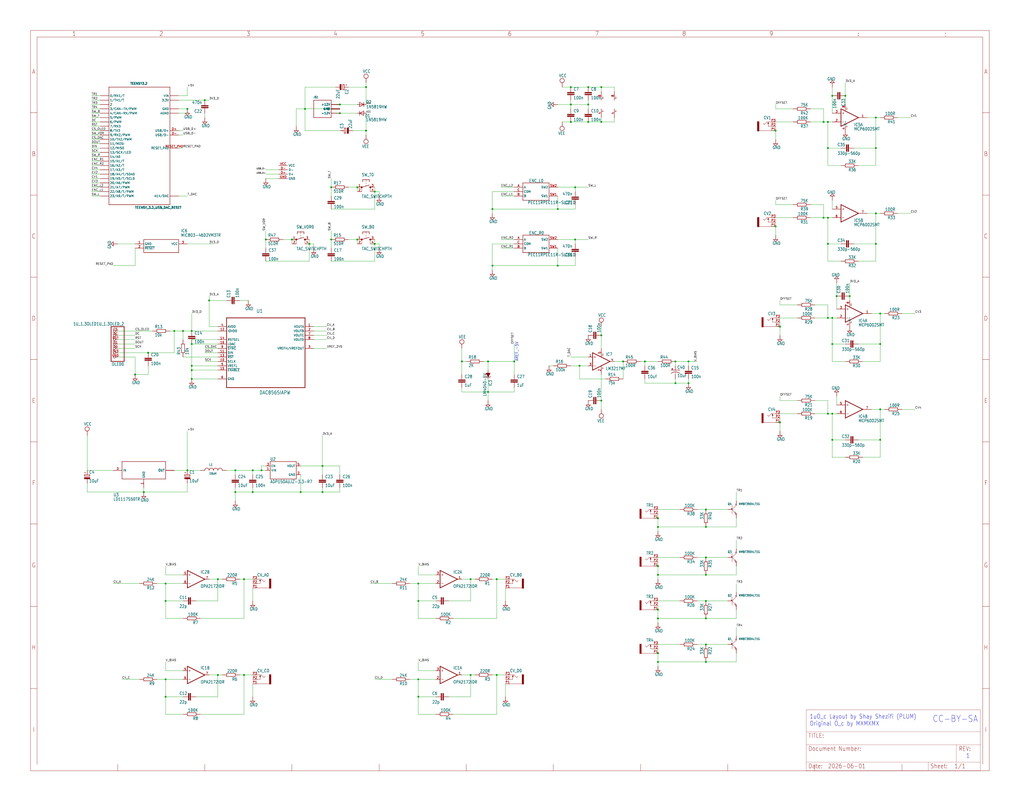
<source format=kicad_sch>
(kicad_sch (version 20231120) (generator "eeschema") (generator_version "8.0")
  (paper "User" 596.9 470.027)
  (lib_symbols
    (symbol "1uO_c_v_2.2-eagle-import:1U_1.3OLED1U_1.3OLED_2"
      (symbol "1U_1.3OLED1U_1.3OLED_2_1_0"
        (pin passive inverted (at 0 5.08 0) (length 2.54) (name "3V3") (number "3V3"))
        (pin passive inverted (at 0 -7.62 0) (length 2.54) (name "CS") (number "CS"))
        (pin passive inverted (at 0 2.54 0) (length 2.54) (name "D0") (number "D0"))
        (pin passive inverted (at 0 0 0) (length 2.54) (name "D1") (number "D1"))
        (pin passive inverted (at 0 -5.08 0) (length 2.54) (name "DC") (number "DC"))
        (pin passive inverted (at 0 7.62 0) (length 2.54) (name "GND") (number "GND"))
        (pin passive inverted (at 0 -2.54 0) (length 2.54) (name "RST") (number "RST"))
      )
    )
    (symbol "1uO_c_v_2.2-eagle-import:ADP150AUJZ-3.3-R7"
      (property "Reference" "U" (at -7.6334 5.5978 0))
      (symbol "ADP150AUJZ-3.3-R7_1_0"
        (pin input line (at -10.16 0 0) (length 2.54) (name "VIN") (number "1"))
        (pin power_in line (at 10.16 -2.54 180) (length 2.54) (name "GND") (number "2"))
        (pin input line (at -10.16 2.54 0) (length 2.54) (name "EN") (number "3"))
        (pin output line (at 10.16 2.54 180) (length 2.54) (name "VOUT") (number "5"))
      )
    )
    (symbol "1uO_c_v_2.2-eagle-import:C-EUC0603"
      (property "Reference" "C" (at 1.524 0.381 0))
      (symbol "C-EUC0603_1_0"
        (pin passive line (at 0 2.54 270) (length 2.54) (name "1") (number "1"))
        (pin passive line (at 0 -5.08 90) (length 2.54) (name "2") (number "2"))
      )
    )
    (symbol "1uO_c_v_2.2-eagle-import:C-EUC1206K"
      (property "Reference" "C" (at 1.524 0.381 0))
      (symbol "C-EUC1206K_1_0"
        (pin passive line (at 0 2.54 270) (length 2.54) (name "1") (number "1"))
        (pin passive line (at 0 -5.08 90) (length 2.54) (name "2") (number "2"))
      )
    )
    (symbol "1uO_c_v_2.2-eagle-import:CPOL-EUB"
      (property "Reference" "C" (at 1.143 0.4826 0))
      (symbol "CPOL-EUB_1_0"
        (text "+" (at -0.5842 0.4064 900) (effects (font (size 1.27 1.0795)) (justify left bottom)))
        (pin passive line (at 0 2.54 270) (length 2.54) (name "+") (number "+"))
        (pin passive line (at 0 -5.08 90) (length 2.54) (name "-") (number "-"))
      )
    )
    (symbol "1uO_c_v_2.2-eagle-import:CPOL-EUC"
      (property "Reference" "C" (at 1.143 0.4826 0))
      (symbol "CPOL-EUC_1_0"
        (text "+" (at -0.5842 0.4064 900) (effects (font (size 1.27 1.0795)) (justify left bottom)))
        (pin passive line (at 0 2.54 270) (length 2.54) (name "+") (number "+"))
        (pin passive line (at 0 -5.08 90) (length 2.54) (name "-") (number "-"))
      )
    )
    (symbol "1uO_c_v_2.2-eagle-import:CPOL-USA"
      (property "Reference" "C" (at 1.016 0.635 0))
      (symbol "CPOL-USA_1_0"
        (pin passive line (at 0 2.54 270) (length 2.54) (name "+") (number "+"))
        (pin passive line (at 0 -5.08 90) (length 2.54) (name "-") (number "-"))
      )
    )
    (symbol "1uO_c_v_2.2-eagle-import:DAC8565IAPW"
      (property "Reference" "U" (at -5.5504 20.6233 0))
      (symbol "DAC8565IAPW_1_0"
        (pin output line (at 27.94 12.7 180) (length 5.08) (name "VOUTA") (number "1"))
        (pin input line (at -27.94 -7.62 0) (length 5.08) (name "SCLK") (number "10"))
        (pin input line (at -27.94 -2.54 0) (length 5.08) (name "DIN") (number "11"))
        (pin power_in line (at -27.94 10.16 0) (length 5.08) (name "IOVDD") (number "12"))
        (pin input line (at -27.94 -5.08 0) (length 5.08) (name "~{RST}") (number "13"))
        (pin input line (at -27.94 5.08 0) (length 5.08) (name "RSTSEL") (number "14"))
        (pin input line (at -27.94 -12.7 0) (length 5.08) (name "~{ENABLE}") (number "15"))
        (pin input line (at -27.94 2.54 0) (length 5.08) (name "LDAC") (number "16"))
        (pin output line (at 27.94 10.16 180) (length 5.08) (name "VOUTB") (number "2"))
        (pin bidirectional line (at 27.94 0 180) (length 5.08) (name "VREFH/VREFOUT") (number "3"))
        (pin power_in line (at -27.94 12.7 0) (length 5.08) (name "AVDD") (number "4"))
        (pin input line (at -27.94 -10.16 0) (length 5.08) (name "VREFL") (number "5"))
        (pin passive line (at -27.94 -17.78 0) (length 5.08) (name "GND") (number "6"))
        (pin output line (at 27.94 7.62 180) (length 5.08) (name "VOUTC") (number "7"))
        (pin output line (at 27.94 5.08 180) (length 5.08) (name "VOUTD") (number "8"))
        (pin input line (at -27.94 0 0) (length 5.08) (name "~{SYNC}") (number "9"))
      )
    )
    (symbol "1uO_c_v_2.2-eagle-import:DIODE_DIODE-SOD123"
      (property "Reference" "D" (at 2.54 0.4826 0))
      (symbol "DIODE_DIODE-SOD123_1_0"
        (pin passive line (at -2.54 0 0) (length 2.54) (name "A") (number "A"))
        (pin passive line (at 2.54 0 180) (length 2.54) (name "C") (number "C"))
      )
    )
    (symbol "1uO_c_v_2.2-eagle-import:FRAME_C_L"
      (symbol "FRAME_C_L_1_0"
        (text "1" (at 25.4 429.895 0) (effects (font (size 2.54 2.286))))
        (text "2" (at 76.2 429.895 0) (effects (font (size 2.54 2.286))))
        (text "3" (at 127 429.895 0) (effects (font (size 2.54 2.286))))
        (text "4" (at 177.8 429.895 0) (effects (font (size 2.54 2.286))))
        (text "5" (at 228.6 429.895 0) (effects (font (size 2.54 2.286))))
        (text "6" (at 279.4 429.895 0) (effects (font (size 2.54 2.286))))
        (text "7" (at 330.2 429.895 0) (effects (font (size 2.54 2.286))))
        (text "8" (at 381 429.895 0) (effects (font (size 2.54 2.286))))
        (text "9" (at 431.8 429.895 0) (effects (font (size 2.54 2.286))))
        (text ":" (at 482.6 429.895 0) (effects (font (size 2.54 2.286))))
        (text ";" (at 533.4 429.895 0) (effects (font (size 2.54 2.286))))
        (text "A" (at 1.905 407.8111 0) (effects (font (size 2.54 2.286))))
        (text "A" (at 556.895 407.8111 0) (effects (font (size 2.54 2.286))))
        (text "B" (at 1.905 359.8333 0) (effects (font (size 2.54 2.286))))
        (text "B" (at 556.895 359.8333 0) (effects (font (size 2.54 2.286))))
        (text "C" (at 1.905 311.8556 0) (effects (font (size 2.54 2.286))))
        (text "C" (at 556.895 311.8556 0) (effects (font (size 2.54 2.286))))
        (text "D" (at 1.905 263.8778 0) (effects (font (size 2.54 2.286))))
        (text "D" (at 556.895 263.8778 0) (effects (font (size 2.54 2.286))))
        (text "E" (at 1.905 215.9 0) (effects (font (size 2.54 2.286))))
        (text "E" (at 556.895 215.9 0) (effects (font (size 2.54 2.286))))
        (text "F" (at 1.905 167.9222 0) (effects (font (size 2.54 2.286))))
        (text "F" (at 556.895 167.9222 0) (effects (font (size 2.54 2.286))))
        (text "G" (at 1.905 119.9444 0) (effects (font (size 2.54 2.286))))
        (text "G" (at 556.895 119.9444 0) (effects (font (size 2.54 2.286))))
        (text "H" (at 1.905 71.9667 0) (effects (font (size 2.54 2.286))))
        (text "H" (at 556.895 71.9667 0) (effects (font (size 2.54 2.286))))
        (text "I" (at 1.905 23.9889 0) (effects (font (size 2.54 2.286))))
        (text "I" (at 556.895 23.9889 0) (effects (font (size 2.54 2.286))))
      )
      (symbol "FRAME_C_L_2_0"
        (text "${#}/${##}" (at 86.36 1.27 0) (effects (font (size 2.54 2.159)) (justify left bottom)))
        (text "${CURRENT_DATE}" (at 12.7 1.27 0) (effects (font (size 2.54 2.159)) (justify left bottom)))
        (text "${PROJECTNAME}" (at 17.78 19.05 0) (effects (font (size 2.54 2.159)) (justify left bottom)))
        (text "Date:" (at 1.27 1.27 0) (effects (font (size 2.54 2.159)) (justify left bottom)))
        (text "Document Number:" (at 1.27 11.43 0) (effects (font (size 2.54 2.159)) (justify left bottom)))
        (text "REV:" (at 88.9 11.43 0) (effects (font (size 2.54 2.159)) (justify left bottom)))
        (text "Sheet:" (at 72.39 1.27 0) (effects (font (size 2.54 2.159)) (justify left bottom)))
        (text "TITLE:" (at 1.27 19.05 0) (effects (font (size 2.54 2.159)) (justify left bottom)))
      )
    )
    (symbol "1uO_c_v_2.2-eagle-import:GND" (power)
      (symbol "GND_1_0"
        (pin power_in line (at 0 2.54 270) (length 2.54) (name "GND") (number "1"))
      )
    )
    (symbol "1uO_c_v_2.2-eagle-import:LD1117S50TR"
      (property "Reference" "U" (at -17.7966 -15.2542 0))
      (symbol "LD1117S50TR_1_0"
        (pin passive line (at 0 -10.16 90) (length 5.08) (name "GND") (number "1"))
        (pin output line (at 17.78 0 180) (length 5.08) (name "OUT") (number "2"))
        (pin input line (at -17.78 0 0) (length 5.08) (name "IN") (number "3"))
        (pin output line (at 17.78 0 180) (length 5.08) (name "OUT") (number "4"))
      )
    )
    (symbol "1uO_c_v_2.2-eagle-import:LM321?MF"
      (property "Reference" "IC" (at 2.54 3.175 0))
      (symbol "LM321?MF_1_0"
        (text "V+" (at 1.27 3.175 900) (effects (font (size 0.8128 0.6908)) (justify left bottom)))
        (text "V-" (at 1.27 -4.445 900) (effects (font (size 0.8128 0.6908)) (justify left bottom)))
        (pin input line (at -7.62 2.54 0) (length 2.54) (name "+IN") (number "1"))
        (pin power_in line (at 0 -7.62 90) (length 5.08) (name "V-") (number "2"))
        (pin input line (at -7.62 -2.54 0) (length 2.54) (name "-IN") (number "3"))
        (pin output line (at 7.62 0 180) (length 2.54) (name "OUT") (number "4"))
        (pin power_in line (at 0 7.62 270) (length 5.08) (name "V+") (number "5"))
      )
    )
    (symbol "1uO_c_v_2.2-eagle-import:LM4041DBZ"
      (property "Reference" "IC" (at 2.794 1.905 0))
      (symbol "LM4041DBZ_1_0"
        (pin passive line (at 0 2.54 270) (length 2.54) (name "C") (number "1"))
        (pin passive line (at 0 -2.54 90) (length 2.54) (name "A") (number "2"))
      )
    )
    (symbol "1uO_c_v_2.2-eagle-import:MCP6002SMT"
      (symbol "MCP6002SMT_1_0"
        (text "V+" (at 1.27 4.445 900) (effects (font (size 0.8128 0.6908)) (justify left bottom)))
        (text "V-" (at 1.27 -5.715 900) (effects (font (size 0.8128 0.6908)) (justify left bottom)))
        (pin output line (at 12.7 0 180) (length 5.08) (name "OUT") (number "1"))
        (pin input line (at -7.62 -2.54 0) (length 5.08) (name "-IN") (number "2"))
        (pin input line (at -7.62 2.54 0) (length 5.08) (name "+IN") (number "3"))
        (pin power_in line (at 0 -7.62 90) (length 2.54) (name "V-") (number "4"))
        (pin power_in line (at 0 7.62 270) (length 2.54) (name "V+") (number "8"))
      )
      (symbol "MCP6002SMT_2_0"
        (pin input line (at -7.62 2.54 0) (length 5.08) (name "+IN") (number "5"))
        (pin input line (at -7.62 -2.54 0) (length 5.08) (name "-IN") (number "6"))
        (pin output line (at 12.7 0 180) (length 5.08) (name "OUT") (number "7"))
      )
    )
    (symbol "1uO_c_v_2.2-eagle-import:MIC803-46D2VM3TR"
      (property "Reference" "IC" (at 26.67 7.62 0))
      (symbol "MIC803-46D2VM3TR_1_0"
        (pin bidirectional line (at 0 0 0) (length 5.08) (name "GND") (number "1"))
        (pin bidirectional line (at 0 -2.54 0) (length 5.08) (name "~{RESET}") (number "2"))
        (pin bidirectional line (at 30.48 0 180) (length 5.08) (name "VCC") (number "3"))
      )
    )
    (symbol "1uO_c_v_2.2-eagle-import:OG-PJ301_PJ301_THONKICONN"
      (property "Reference" "J" (at -2.54 4.064 0))
      (symbol "OG-PJ301_PJ301_THONKICONN_1_0"
        (pin passive line (at -5.08 -2.54 0) (length 2.54) (name "1") (number "P1"))
        (pin passive line (at -5.08 0 0) (length 2.54) (name "2") (number "P2"))
        (pin passive line (at -5.08 2.54 0) (length 2.54) (name "3") (number "P3"))
      )
    )
    (symbol "1uO_c_v_2.2-eagle-import:PEC11RPEC11R-SLOTED"
      (property "Reference" "U" (at 8.636 3.81 0))
      (symbol "PEC11RPEC11R-SLOTED_1_0"
        (pin bidirectional line (at 0 0 0) (length 5.08) (name "A") (number "A"))
        (pin bidirectional line (at 0 -5.08 0) (length 5.08) (name "B") (number "B"))
        (pin bidirectional line (at 0 -2.54 0) (length 5.08) (name "COM") (number "C"))
        (pin bidirectional line (at 25.4 -5.08 180) (length 5.08) (name "SW1") (number "SW1"))
        (pin bidirectional line (at 25.4 0 180) (length 5.08) (name "SW2") (number "SW2"))
      )
    )
    (symbol "1uO_c_v_2.2-eagle-import:POWER_SIMPLE10"
      (property "Reference" "J$" (at -5.334 6.096 0))
      (symbol "POWER_SIMPLE10_1_0"
        (pin bidirectional line (at 10.16 -2.54 180) (length 5.08) (name "-12V") (number "1"))
        (pin bidirectional line (at 10.16 2.54 180) (length 5.08) (name "+12V") (number "10"))
        (pin bidirectional line (at 10.16 -2.54 180) (length 5.08) (name "-12V") (number "2"))
        (pin bidirectional line (at 10.16 0 180) (length 5.08) (name "GND") (number "3"))
        (pin bidirectional line (at 10.16 0 180) (length 5.08) (name "GND") (number "4"))
        (pin bidirectional line (at 10.16 0 180) (length 5.08) (name "GND") (number "5"))
        (pin bidirectional line (at 10.16 0 180) (length 5.08) (name "GND") (number "6"))
        (pin bidirectional line (at 10.16 0 180) (length 5.08) (name "GND") (number "7"))
        (pin bidirectional line (at 10.16 0 180) (length 5.08) (name "GND") (number "8"))
        (pin bidirectional line (at 10.16 2.54 180) (length 5.08) (name "+12V") (number "9"))
      )
    )
    (symbol "1uO_c_v_2.2-eagle-import:R-EU_R0603"
      (property "Reference" "R" (at -3.81 1.4986 0))
      (symbol "R-EU_R0603_1_0"
        (pin passive line (at -5.08 0 0) (length 2.54) (name "1") (number "1"))
        (pin passive line (at 5.08 0 180) (length 2.54) (name "2") (number "2"))
      )
    )
    (symbol "1uO_c_v_2.2-eagle-import:SMD-TRANSISTORS-NPN-40V-200MA-MMBT3904LT1G(SOT-23)"
      (symbol "SMD-TRANSISTORS-NPN-40V-200MA-MMBT3904LT1G(SOT-23)_1_0"
        (text "B" (at -0.635 0 0) (effects (font (size 0.635 0.5397)) (justify left bottom)))
        (text "C" (at 1.905 2.54 0) (effects (font (size 0.635 0.5397)) (justify left bottom)))
        (text "E" (at 1.905 -3.175 0) (effects (font (size 0.635 0.5397)) (justify left bottom)))
        (pin passive line (at -2.54 0 0) (length 2.54) (name "B") (number "1"))
        (pin passive line (at 2.54 -5.08 90) (length 2.54) (name "E") (number "2"))
        (pin passive line (at 2.54 5.08 270) (length 2.54) (name "C") (number "3"))
      )
    )
    (symbol "1uO_c_v_2.2-eagle-import:TAC_SWITCHPTH"
      (property "Reference" "S" (at -2.54 6.35 0))
      (symbol "TAC_SWITCHPTH_1_0"
        (pin passive line (at -5.08 0 0) (length 2.54) (name "1") (number "1"))
        (pin passive line (at -5.08 -2.54 0) (length 2.54) (name "2") (number "2"))
        (pin passive line (at 5.08 0 180) (length 2.54) (name "3") (number "3"))
        (pin passive line (at 5.08 -2.54 180) (length 2.54) (name "4") (number "4"))
      )
    )
    (symbol "1uO_c_v_2.2-eagle-import:TEENSY_3.2_USB_DAC_RESET"
      (property "Reference" "MCU$" (at -5.588 34.29 0))
      (symbol "TEENSY_3.2_USB_DAC_RESET_1_0"
        (pin bidirectional line (at -22.86 27.94 0) (length 5.08) (name "0/RX1/T") (number "0"))
        (pin bidirectional line (at -22.86 25.4 0) (length 5.08) (name "1/TX1/T") (number "1"))
        (pin bidirectional line (at -22.86 2.54 0) (length 5.08) (name "10/TX2/PWM") (number "10"))
        (pin bidirectional line (at -22.86 0 0) (length 5.08) (name "11/MOSI") (number "11"))
        (pin bidirectional line (at -22.86 -2.54 0) (length 5.08) (name "12/MISO") (number "12"))
        (pin bidirectional line (at -22.86 -5.08 0) (length 5.08) (name "13/SCK/LED") (number "13"))
        (pin bidirectional line (at -22.86 -7.62 0) (length 5.08) (name "14/A0") (number "14/A0"))
        (pin bidirectional line (at -22.86 -10.16 0) (length 5.08) (name "15/A1/T") (number "15/A1"))
        (pin bidirectional line (at -22.86 -12.7 0) (length 5.08) (name "16/A2/T") (number "16/A2"))
        (pin bidirectional line (at -22.86 -15.24 0) (length 5.08) (name "17/A3/T") (number "17/A3"))
        (pin bidirectional line (at -22.86 -17.78 0) (length 5.08) (name "18/A4/T/SDA0") (number "18/A4"))
        (pin bidirectional line (at -22.86 -20.32 0) (length 5.08) (name "19/A5/T/SCL0") (number "19/A5"))
        (pin bidirectional line (at -22.86 22.86 0) (length 5.08) (name "2") (number "2"))
        (pin bidirectional line (at -22.86 -22.86 0) (length 5.08) (name "20/A6/PWM") (number "20/A6"))
        (pin bidirectional line (at -22.86 -25.4 0) (length 5.08) (name "21/A7/PWM") (number "21/A7"))
        (pin bidirectional line (at -22.86 -27.94 0) (length 5.08) (name "22/A8/T/PWM") (number "22/A8"))
        (pin bidirectional line (at -22.86 -30.48 0) (length 5.08) (name "23/A9/T/PWM") (number "23/A9"))
        (pin bidirectional line (at -22.86 20.32 0) (length 5.08) (name "3/CAN-TX/PWM") (number "3"))
        (pin power_in line (at 22.86 25.4 180) (length 5.08) (name "3.3V") (number "3.3V"))
        (pin bidirectional line (at -22.86 17.78 0) (length 5.08) (name "4/CAN-RX/PWM") (number "4"))
        (pin bidirectional line (at -22.86 15.24 0) (length 5.08) (name "5/PWM") (number "5"))
        (pin bidirectional line (at -22.86 12.7 0) (length 5.08) (name "6/PWM") (number "6"))
        (pin bidirectional line (at -22.86 10.16 0) (length 5.08) (name "7/RX3") (number "7"))
        (pin bidirectional line (at -22.86 7.62 0) (length 5.08) (name "8/TX3") (number "8"))
        (pin bidirectional line (at -22.86 5.08 0) (length 5.08) (name "9/RX2/PWM") (number "9"))
        (pin power_in line (at 22.86 17.78 180) (length 5.08) (name "AGND") (number "AGND"))
        (pin bidirectional line (at 22.86 7.62 180) (length 5.08) (name "USB/D+") (number "D+"))
        (pin bidirectional line (at 22.86 5.08 180) (length 5.08) (name "USB/D-") (number "D-"))
        (pin power_in line (at 22.86 20.32 180) (length 5.08) (name "GND") (number "GND"))
        (pin bidirectional line (at 22.86 -30.48 180) (length 5.08) (name "A14/DAC") (number "RESET/DAC"))
        (pin bidirectional line (at 22.86 -2.54 180) (length 5.08) (name "RESET_PAD") (number "RESET_PAD"))
        (pin power_in line (at 22.86 27.94 180) (length 5.08) (name "VIN") (number "VIN"))
      )
    )
    (symbol "1uO_c_v_2.2-eagle-import:TL072D"
      (symbol "TL072D_1_0"
        (pin output line (at 7.62 0 180) (length 2.54) (name "OUT") (number "1"))
        (pin input line (at -7.62 -2.54 0) (length 2.54) (name "-IN") (number "2"))
        (pin input line (at -7.62 2.54 0) (length 2.54) (name "+IN") (number "3"))
      )
      (symbol "TL072D_2_0"
        (pin input line (at -7.62 2.54 0) (length 2.54) (name "+IN") (number "5"))
        (pin input line (at -7.62 -2.54 0) (length 2.54) (name "-IN") (number "6"))
        (pin output line (at 7.62 0 180) (length 2.54) (name "OUT") (number "7"))
      )
      (symbol "TL072D_3_0"
        (text "V+" (at 1.27 3.175 900) (effects (font (size 0.8128 0.6908)) (justify left bottom)))
        (text "V-" (at 1.27 -4.445 900) (effects (font (size 0.8128 0.6908)) (justify left bottom)))
        (pin power_in line (at 0 -7.62 90) (length 5.08) (name "V-") (number "4"))
        (pin power_in line (at 0 7.62 270) (length 5.08) (name "V+") (number "8"))
      )
    )
    (symbol "1uO_c_v_2.2-eagle-import:USB_BOARD"
      (symbol "USB_BOARD_1_0"
        (pin bidirectional line (at 0 2.54 0) (length 5.08) (name "D+") (number "D+"))
        (pin bidirectional line (at 0 5.08 0) (length 5.08) (name "D-") (number "D-"))
        (pin bidirectional line (at 0 0 0) (length 5.08) (name "GND") (number "GND"))
        (pin bidirectional line (at 0 7.62 0) (length 5.08) (name "VCC") (number "VCC"))
      )
    )
    (symbol "1uO_c_v_2.2-eagle-import:VCC" (power)
      (symbol "VCC_1_0"
        (pin power_in line (at 0 -2.54 90) (length 2.54) (name "VCC") (number "1"))
      )
    )
    (symbol "1uO_c_v_2.2-eagle-import:VEE" (power)
      (symbol "VEE_1_0"
        (pin power_in line (at 0 -2.54 90) (length 2.54) (name "VEE") (number "1"))
      )
    )
    (symbol "1uO_c_v_2.2-eagle-import:WE-LQ_1210"
      (symbol "WE-LQ_1210_1_0"
        (pin passive line (at -7.62 0 0) (length 2.54) (name "1") (number "1"))
        (pin passive line (at 7.62 0 180) (length 2.54) (name "2") (number "2"))
      )
    )
  )
  (junction (at 510.54 68.58))
  (junction (at 269.24 210.82))
  (junction (at 485.14 200.66))
  (junction (at 510.54 86.36))
  (junction (at 177.8 63.5))
  (junction (at 121.92 175.26))
  (junction (at 513.08 256.54))
  (junction (at 411.48 335.28))
  (junction (at 106.68 193.04))
  (junction (at 180.34 142.24))
  (junction (at 119.38 58.42))
  (junction (at 452.12 76.2))
  (junction (at 299.72 210.82))
  (junction (at 513.08 238.76))
  (junction (at 482.6 142.24))
  (junction (at 482.6 185.42))
  (junction (at 243.84 406.4))
  (junction (at 109.22 274.32))
  (junction (at 111.76 215.9))
  (junction (at 287.02 121.92))
  (junction (at 480.06 127))
  (junction (at 452.12 132.08))
  (junction (at 485.14 185.42))
  (junction (at 147.32 287.02))
  (junction (at 332.74 71.12))
  (junction (at 342.9 71.12))
  (junction (at 96.52 340.36))
  (junction (at 383.54 302.26))
  (junction (at 393.7 210.82))
  (junction (at 383.54 360.68))
  (junction (at 342.9 60.96))
  (junction (at 482.6 71.12))
  (junction (at 342.9 50.8))
  (junction (at 137.16 274.32))
  (junction (at 127 337.82))
  (junction (at 193.04 139.7))
  (junction (at 350.52 233.68))
  (junction (at 411.48 350.52))
  (junction (at 289.56 337.82))
  (junction (at 401.32 223.52))
  (junction (at 383.54 307.34))
  (junction (at 350.52 50.8))
  (junction (at 325.12 121.92))
  (junction (at 213.36 50.8))
  (junction (at 383.54 386.08))
  (junction (at 332.74 60.96))
  (junction (at 482.6 241.3))
  (junction (at 111.76 193.04))
  (junction (at 198.12 66.04))
  (junction (at 187.96 271.78))
  (junction (at 147.32 274.32))
  (junction (at 175.26 287.02))
  (junction (at 325.12 154.94))
  (junction (at 363.22 210.82))
  (junction (at 337.82 213.36))
  (junction (at 127 393.7))
  (junction (at 154.94 139.7))
  (junction (at 111.76 200.66))
  (junction (at 78.74 218.44))
  (junction (at 83.82 287.02))
  (junction (at 482.6 86.36))
  (junction (at 411.48 360.68))
  (junction (at 350.52 71.12))
  (junction (at 243.84 396.24))
  (junction (at 101.6 193.04))
  (junction (at 401.32 210.82))
  (junction (at 485.14 55.88))
  (junction (at 411.48 386.08))
  (junction (at 383.54 355.6))
  (junction (at 109.22 63.5))
  (junction (at 495.3 172.72))
  (junction (at 411.48 375.92))
  (junction (at 198.12 60.96))
  (junction (at 513.08 182.88))
  (junction (at 383.54 335.28))
  (junction (at 454.66 246.38))
  (junction (at 383.54 330.2))
  (junction (at 208.28 109.22))
  (junction (at 111.76 213.36))
  (junction (at 243.84 350.52))
  (junction (at 510.54 124.46))
  (junction (at 510.54 142.24))
  (junction (at 218.44 111.76))
  (junction (at 411.48 325.12))
  (junction (at 142.24 393.7))
  (junction (at 187.96 287.02))
  (junction (at 480.06 71.12))
  (junction (at 96.52 406.4))
  (junction (at 284.48 210.82))
  (junction (at 411.48 297.18))
  (junction (at 96.52 396.24))
  (junction (at 208.28 139.7))
  (junction (at 335.28 109.22))
  (junction (at 487.68 172.72))
  (junction (at 393.7 223.52))
  (junction (at 375.92 210.82))
  (junction (at 411.48 307.34))
  (junction (at 274.32 393.7))
  (junction (at 482.6 127))
  (junction (at 492.76 55.88))
  (junction (at 213.36 76.2))
  (junction (at 111.76 220.98))
  (junction (at 335.28 139.7))
  (junction (at 454.66 190.5))
  (junction (at 350.52 195.58))
  (junction (at 383.54 381))
  (junction (at 243.84 340.36))
  (junction (at 86.36 205.74))
  (junction (at 289.56 393.7))
  (junction (at 137.16 287.02))
  (junction (at 96.52 350.52))
  (junction (at 142.24 337.82))
  (junction (at 284.48 228.6))
  (junction (at 287.02 154.94))
  (junction (at 152.4 274.32))
  (junction (at 513.08 200.66))
  (junction (at 332.74 50.8))
  (junction (at 274.32 337.82))
  (junction (at 193.04 109.22))
  (junction (at 485.14 256.54))
  (junction (at 485.14 241.3))
  (junction (at 170.18 139.7))
  (junction (at 218.44 142.24))
  (wire (pts (xy 452.12 76.2) (xy 452.12 73.66)) (stroke (width 0.1524)))
  (wire (pts (xy 104.14 55.88) (xy 109.22 55.88)) (stroke (width 0.1524)))
  (wire (pts (xy 510.54 86.36) (xy 510.54 96.52)) (stroke (width 0.1524)))
  (wire (pts (xy 335.28 109.22) (xy 342.9 109.22)) (stroke (width 0.1524)))
  (wire (pts (xy 383.54 353.06) (xy 383.54 355.6)) (stroke (width 0.1524)))
  (wire (pts (xy 284.48 228.6) (xy 284.48 220.98)) (stroke (width 0.1524)))
  (wire (pts (xy 243.84 360.68) (xy 254 360.68)) (stroke (width 0.1524)))
  (wire (pts (xy 393.7 223.52) (xy 401.32 223.52)) (stroke (width 0.1524)))
  (wire (pts (xy 162.56 101.6) (xy 154.94 101.6)) (stroke (width 0.1524)))
  (wire (pts (xy 109.22 142.24) (xy 124.46 142.24)) (stroke (width 0.1524)))
  (wire (pts (xy 78.74 208.28) (xy 78.74 218.44)) (stroke (width 0.1524)))
  (wire (pts (xy 287.02 111.76) (xy 287.02 121.92)) (stroke (width 0.1524)))
  (wire (pts (xy 58.42 83.82) (xy 53.34 83.82)) (stroke (width 0.1524)))
  (wire (pts (xy 144.78 175.26) (xy 144.78 177.8)) (stroke (width 0.1524)))
  (wire (pts (xy 510.54 68.58) (xy 510.54 86.36)) (stroke (width 0.1524)))
  (wire (pts (xy 213.36 60.96) (xy 213.36 50.8)) (stroke (width 0.1524)))
  (wire (pts (xy 411.48 360.68) (xy 383.54 360.68)) (stroke (width 0.1524)))
  (wire (pts (xy 127 393.7) (xy 127 406.4)) (stroke (width 0.1524)))
  (wire (pts (xy 510.54 142.24) (xy 497.84 142.24)) (stroke (width 0.1524)))
  (wire (pts (xy 106.68 208.28) (xy 127 208.28)) (stroke (width 0.1524)))
  (wire (pts (xy 58.42 88.9) (xy 53.34 88.9)) (stroke (width 0.1524)))
  (wire (pts (xy 327.66 50.8) (xy 332.74 50.8)) (stroke (width 0.1524)))
  (wire (pts (xy 142.24 393.7) (xy 142.24 416.56)) (stroke (width 0.1524)))
  (wire (pts (xy 68.58 208.28) (xy 78.74 208.28)) (stroke (width 0.1524)))
  (wire (pts (xy 411.48 297.18) (xy 424.18 297.18)) (stroke (width 0.1524)))
  (wire (pts (xy 162.56 99.06) (xy 154.94 99.06)) (stroke (width 0.1524)))
  (wire (pts (xy 464.82 233.68) (xy 454.66 233.68)) (stroke (width 0.1524)))
  (wire (pts (xy 96.52 360.68) (xy 106.68 360.68)) (stroke (width 0.1524)))
  (wire (pts (xy 142.24 337.82) (xy 142.24 360.68)) (stroke (width 0.1524)))
  (wire (pts (xy 203.2 109.22) (xy 208.28 109.22)) (stroke (width 0.1524)))
  (wire (pts (xy 147.32 284.48) (xy 147.32 287.02)) (stroke (width 0.1524)))
  (wire (pts (xy 147.32 274.32) (xy 152.4 274.32)) (stroke (width 0.1524)))
  (wire (pts (xy 325.12 154.94) (xy 287.02 154.94)) (stroke (width 0.1524)))
  (wire (pts (xy 99.06 193.04) (xy 101.6 193.04)) (stroke (width 0.1524)))
  (wire (pts (xy 299.72 111.76) (xy 287.02 111.76)) (stroke (width 0.1524)))
  (wire (pts (xy 287.02 337.82) (xy 289.56 337.82)) (stroke (width 0.1524)))
  (wire (pts (xy 513.08 238.76) (xy 513.08 256.54)) (stroke (width 0.1524)))
  (wire (pts (xy 454.66 246.38) (xy 454.66 251.46)) (stroke (width 0.1524)))
  (wire (pts (xy 393.7 210.82) (xy 401.32 210.82)) (stroke (width 0.1524)))
  (wire (pts (xy 165.1 139.7) (xy 170.18 139.7)) (stroke (width 0.1524)))
  (wire (pts (xy 193.04 139.7) (xy 193.04 134.62)) (stroke (width 0.1524)))
  (wire (pts (xy 58.42 99.06) (xy 53.34 99.06)) (stroke (width 0.1524)))
  (wire (pts (xy 101.6 193.04) (xy 106.68 193.04)) (stroke (width 0.1524)))
  (wire (pts (xy 513.08 200.66) (xy 500.38 200.66)) (stroke (width 0.1524)))
  (wire (pts (xy 111.76 215.9) (xy 127 215.9)) (stroke (width 0.1524)))
  (wire (pts (xy 429.26 360.68) (xy 411.48 360.68)) (stroke (width 0.1524)))
  (wire (pts (xy 342.9 60.96) (xy 342.9 63.5)) (stroke (width 0.1524)))
  (wire (pts (xy 383.54 386.08) (xy 383.54 381)) (stroke (width 0.1524)))
  (wire (pts (xy 147.32 287.02) (xy 137.16 287.02)) (stroke (width 0.1524)))
  (wire (pts (xy 383.54 325.12) (xy 396.24 325.12)) (stroke (width 0.1524)))
  (wire (pts (xy 187.96 271.78) (xy 187.96 276.86)) (stroke (width 0.1524)))
  (wire (pts (xy 406.4 325.12) (xy 411.48 325.12)) (stroke (width 0.1524)))
  (wire (pts (xy 482.6 86.36) (xy 482.6 71.12)) (stroke (width 0.1524)))
  (wire (pts (xy 111.76 193.04) (xy 111.76 182.88)) (stroke (width 0.1524)))
  (wire (pts (xy 109.22 274.32) (xy 109.22 251.46)) (stroke (width 0.1524)))
  (wire (pts (xy 195.58 60.96) (xy 198.12 60.96)) (stroke (width 0.1524)))
  (wire (pts (xy 508 182.88) (xy 513.08 182.88)) (stroke (width 0.1524)))
  (wire (pts (xy 243.84 396.24) (xy 254 396.24)) (stroke (width 0.1524)))
  (wire (pts (xy 482.6 233.68) (xy 482.6 241.3)) (stroke (width 0.1524)))
  (wire (pts (xy 104.14 58.42) (xy 119.38 58.42)) (stroke (width 0.1524)))
  (wire (pts (xy 350.52 238.76) (xy 350.52 233.68)) (stroke (width 0.1524)))
  (wire (pts (xy 127 190.5) (xy 121.92 190.5)) (stroke (width 0.1524)))
  (wire (pts (xy 152.4 274.32) (xy 154.94 274.32)) (stroke (width 0.1524)))
  (wire (pts (xy 111.76 198.12) (xy 111.76 200.66)) (stroke (width 0.1524)))
  (wire (pts (xy 127 350.52) (xy 114.3 350.52)) (stroke (width 0.1524)))
  (wire (pts (xy 492.76 256.54) (xy 485.14 256.54)) (stroke (width 0.1524)))
  (wire (pts (xy 228.6 396.24) (xy 218.44 396.24)) (stroke (width 0.1524)))
  (wire (pts (xy 50.8 287.02) (xy 50.8 281.94)) (stroke (width 0.1524)))
  (wire (pts (xy 238.76 340.36) (xy 243.84 340.36)) (stroke (width 0.1524)))
  (wire (pts (xy 147.32 406.4) (xy 147.32 398.78)) (stroke (width 0.1524)))
  (wire (pts (xy 58.42 68.58) (xy 53.34 68.58)) (stroke (width 0.1524)))
  (wire (pts (xy 505.46 68.58) (xy 510.54 68.58)) (stroke (width 0.1524)))
  (wire (pts (xy 510.54 124.46) (xy 513.08 124.46)) (stroke (width 0.1524)))
  (wire (pts (xy 137.16 274.32) (xy 147.32 274.32)) (stroke (width 0.1524)))
  (wire (pts (xy 58.42 76.2) (xy 53.34 76.2)) (stroke (width 0.1524)))
  (wire (pts (xy 269.24 337.82) (xy 274.32 337.82)) (stroke (width 0.1524)))
  (wire (pts (xy 287.02 393.7) (xy 289.56 393.7)) (stroke (width 0.1524)))
  (wire (pts (xy 58.42 106.68) (xy 53.34 106.68)) (stroke (width 0.1524)))
  (wire (pts (xy 510.54 96.52) (xy 500.38 96.52)) (stroke (width 0.1524)))
  (wire (pts (xy 472.44 71.12) (xy 480.06 71.12)) (stroke (width 0.1524)))
  (wire (pts (xy 325.12 60.96) (xy 332.74 60.96)) (stroke (width 0.1524)))
  (wire (pts (xy 119.38 58.42) (xy 121.92 58.42)) (stroke (width 0.1524)))
  (wire (pts (xy 358.14 50.8) (xy 358.14 53.34)) (stroke (width 0.1524)))
  (wire (pts (xy 269.24 226.06) (xy 269.24 228.6)) (stroke (width 0.1524)))
  (wire (pts (xy 513.08 200.66) (xy 513.08 210.82)) (stroke (width 0.1524)))
  (wire (pts (xy 289.56 393.7) (xy 289.56 416.56)) (stroke (width 0.1524)))
  (wire (pts (xy 490.22 152.4) (xy 482.6 152.4)) (stroke (width 0.1524)))
  (wire (pts (xy 472.44 63.5) (xy 480.06 63.5)) (stroke (width 0.1524)))
  (wire (pts (xy 58.42 58.42) (xy 53.34 58.42)) (stroke (width 0.1524)))
  (wire (pts (xy 243.84 340.36) (xy 243.84 350.52)) (stroke (width 0.1524)))
  (wire (pts (xy 452.12 132.08) (xy 452.12 129.54)) (stroke (width 0.1524)))
  (wire (pts (xy 58.42 60.96) (xy 53.34 60.96)) (stroke (width 0.1524)))
  (wire (pts (xy 109.22 66.04) (xy 109.22 63.5)) (stroke (width 0.1524)))
  (wire (pts (xy 474.98 177.8) (xy 482.6 177.8)) (stroke (width 0.1524)))
  (wire (pts (xy 474.98 185.42) (xy 482.6 185.42)) (stroke (width 0.1524)))
  (wire (pts (xy 193.04 144.78) (xy 193.04 139.7)) (stroke (width 0.1524)))
  (wire (pts (xy 335.28 142.24) (xy 335.28 139.7)) (stroke (width 0.1524)))
  (wire (pts (xy 254 335.28) (xy 243.84 335.28)) (stroke (width 0.1524)))
  (wire (pts (xy 187.96 287.02) (xy 175.26 287.02)) (stroke (width 0.1524)))
  (wire (pts (xy 101.6 205.74) (xy 101.6 193.04)) (stroke (width 0.1524)))
  (wire (pts (xy 485.14 121.92) (xy 485.14 116.84)) (stroke (width 0.1524)))
  (wire (pts (xy 220.98 114.3) (xy 220.98 111.76)) (stroke (width 0.1524)))
  (wire (pts (xy 487.68 172.72) (xy 487.68 165.1)) (stroke (width 0.1524)))
  (wire (pts (xy 429.26 302.26) (xy 429.26 307.34)) (stroke (width 0.1524)))
  (wire (pts (xy 299.72 109.22) (xy 292.1 109.22)) (stroke (width 0.1524)))
  (wire (pts (xy 350.52 71.12) (xy 350.52 68.58)) (stroke (width 0.1524)))
  (wire (pts (xy 127 200.66) (xy 111.76 200.66)) (stroke (width 0.1524)))
  (wire (pts (xy 243.84 406.4) (xy 243.84 416.56)) (stroke (width 0.1524)))
  (wire (pts (xy 287.02 142.24) (xy 287.02 154.94)) (stroke (width 0.1524)))
  (wire (pts (xy 513.08 182.88) (xy 515.62 182.88)) (stroke (width 0.1524)))
  (wire (pts (xy 139.7 393.7) (xy 142.24 393.7)) (stroke (width 0.1524)))
  (wire (pts (xy 274.32 337.82) (xy 274.32 350.52)) (stroke (width 0.1524)))
  (wire (pts (xy 454.66 241.3) (xy 464.82 241.3)) (stroke (width 0.1524)))
  (wire (pts (xy 213.36 50.8) (xy 213.36 48.26)) (stroke (width 0.1524)))
  (wire (pts (xy 58.42 71.12) (xy 53.34 71.12)) (stroke (width 0.1524)))
  (wire (pts (xy 109.22 274.32) (xy 116.84 274.32)) (stroke (width 0.1524)))
  (wire (pts (xy 198.12 287.02) (xy 187.96 287.02)) (stroke (width 0.1524)))
  (wire (pts (xy 335.28 121.92) (xy 325.12 121.92)) (stroke (width 0.1524)))
  (wire (pts (xy 485.14 241.3) (xy 487.68 241.3)) (stroke (width 0.1524)))
  (wire (pts (xy 198.12 284.48) (xy 198.12 287.02)) (stroke (width 0.1524)))
  (wire (pts (xy 220.98 144.78) (xy 220.98 142.24)) (stroke (width 0.1524)))
  (wire (pts (xy 353.06 220.98) (xy 337.82 220.98)) (stroke (width 0.1524)))
  (wire (pts (xy 375.92 210.82) (xy 383.54 210.82)) (stroke (width 0.1524)))
  (wire (pts (xy 490.22 142.24) (xy 482.6 142.24)) (stroke (width 0.1524)))
  (wire (pts (xy 104.14 66.04) (xy 109.22 66.04)) (stroke (width 0.1524)))
  (wire (pts (xy 218.44 109.22) (xy 218.44 111.76)) (stroke (width 0.1524)))
  (wire (pts (xy 454.66 233.68) (xy 454.66 231.14)) (stroke (width 0.1524)))
  (wire (pts (xy 335.28 154.94) (xy 325.12 154.94)) (stroke (width 0.1524)))
  (wire (pts (xy 299.72 210.82) (xy 284.48 210.82)) (stroke (width 0.1524)))
  (wire (pts (xy 220.98 111.76) (xy 218.44 111.76)) (stroke (width 0.1524)))
  (wire (pts (xy 274.32 337.82) (xy 276.86 337.82)) (stroke (width 0.1524)))
  (wire (pts (xy 337.82 213.36) (xy 332.74 213.36)) (stroke (width 0.1524)))
  (wire (pts (xy 325.12 114.3) (xy 325.12 121.92)) (stroke (width 0.1524)))
  (wire (pts (xy 86.36 218.44) (xy 86.36 213.36)) (stroke (width 0.1524)))
  (wire (pts (xy 50.8 274.32) (xy 50.8 254)) (stroke (width 0.1524)))
  (wire (pts (xy 78.74 218.44) (xy 86.36 218.44)) (stroke (width 0.1524)))
  (wire (pts (xy 111.76 215.9) (xy 111.76 220.98)) (stroke (width 0.1524)))
  (wire (pts (xy 383.54 309.88) (xy 383.54 307.34)) (stroke (width 0.1524)))
  (wire (pts (xy 335.28 139.7) (xy 342.9 139.7)) (stroke (width 0.1524)))
  (wire (pts (xy 121.92 175.26) (xy 121.92 190.5)) (stroke (width 0.1524)))
  (wire (pts (xy 243.84 396.24) (xy 243.84 406.4)) (stroke (width 0.1524)))
  (wire (pts (xy 182.88 190.5) (xy 190.5 190.5)) (stroke (width 0.1524)))
  (wire (pts (xy 68.58 198.12) (xy 78.74 198.12)) (stroke (width 0.1524)))
  (wire (pts (xy 203.2 139.7) (xy 208.28 139.7)) (stroke (width 0.1524)))
  (wire (pts (xy 289.56 360.68) (xy 264.16 360.68)) (stroke (width 0.1524)))
  (wire (pts (xy 462.28 119.38) (xy 452.12 119.38)) (stroke (width 0.1524)))
  (wire (pts (xy 218.44 121.92) (xy 193.04 121.92)) (stroke (width 0.1524)))
  (wire (pts (xy 510.54 68.58) (xy 513.08 68.58)) (stroke (width 0.1524)))
  (wire (pts (xy 142.24 360.68) (xy 116.84 360.68)) (stroke (width 0.1524)))
  (wire (pts (xy 284.48 215.9) (xy 284.48 210.82)) (stroke (width 0.1524)))
  (wire (pts (xy 462.28 63.5) (xy 452.12 63.5)) (stroke (width 0.1524)))
  (wire (pts (xy 109.22 281.94) (xy 109.22 287.02)) (stroke (width 0.1524)))
  (wire (pts (xy 284.48 228.6) (xy 284.48 233.68)) (stroke (width 0.1524)))
  (wire (pts (xy 220.98 142.24) (xy 218.44 142.24)) (stroke (width 0.1524)))
  (wire (pts (xy 482.6 185.42) (xy 485.14 185.42)) (stroke (width 0.1524)))
  (wire (pts (xy 139.7 337.82) (xy 142.24 337.82)) (stroke (width 0.1524)))
  (wire (pts (xy 383.54 363.22) (xy 383.54 360.68)) (stroke (width 0.1524)))
  (wire (pts (xy 383.54 337.82) (xy 383.54 335.28)) (stroke (width 0.1524)))
  (wire (pts (xy 203.2 50.8) (xy 213.36 50.8)) (stroke (width 0.1524)))
  (wire (pts (xy 480.06 71.12) (xy 482.6 71.12)) (stroke (width 0.1524)))
  (wire (pts (xy 172.72 63.5) (xy 172.72 73.66)) (stroke (width 0.1524)))
  (wire (pts (xy 177.8 63.5) (xy 177.8 76.2)) (stroke (width 0.1524)))
  (wire (pts (xy 332.74 60.96) (xy 332.74 58.42)) (stroke (width 0.1524)))
  (wire (pts (xy 337.82 213.36) (xy 342.9 213.36)) (stroke (width 0.1524)))
  (wire (pts (xy 81.28 340.36) (xy 66.04 340.36)) (stroke (width 0.1524)))
  (wire (pts (xy 274.32 393.7) (xy 276.86 393.7)) (stroke (width 0.1524)))
  (wire (pts (xy 177.8 63.5) (xy 198.12 63.5)) (stroke (width 0.1524)))
  (wire (pts (xy 195.58 66.04) (xy 198.12 66.04)) (stroke (width 0.1524)))
  (wire (pts (xy 132.08 274.32) (xy 137.16 274.32)) (stroke (width 0.1524)))
  (wire (pts (xy 170.18 139.7) (xy 170.18 142.24)) (stroke (width 0.1524)))
  (wire (pts (xy 383.54 335.28) (xy 383.54 330.2)) (stroke (width 0.1524)))
  (wire (pts (xy 342.9 50.8) (xy 350.52 50.8)) (stroke (width 0.1524)))
  (wire (pts (xy 96.52 340.36) (xy 96.52 350.52)) (stroke (width 0.1524)))
  (wire (pts (xy 454.66 246.38) (xy 454.66 243.84)) (stroke (width 0.1524)))
  (wire (pts (xy 58.42 109.22) (xy 53.34 109.22)) (stroke (width 0.1524)))
  (wire (pts (xy 96.52 396.24) (xy 106.68 396.24)) (stroke (width 0.1524)))
  (wire (pts (xy 299.72 142.24) (xy 287.02 142.24)) (stroke (width 0.1524)))
  (wire (pts (xy 299.72 139.7) (xy 292.1 139.7)) (stroke (width 0.1524)))
  (wire (pts (xy 269.24 203.2) (xy 269.24 210.82)) (stroke (width 0.1524)))
  (wire (pts (xy 243.84 406.4) (xy 254 406.4)) (stroke (width 0.1524)))
  (wire (pts (xy 175.26 271.78) (xy 187.96 271.78)) (stroke (width 0.1524)))
  (wire (pts (xy 299.72 228.6) (xy 284.48 228.6)) (stroke (width 0.1524)))
  (wire (pts (xy 58.42 104.14) (xy 53.34 104.14)) (stroke (width 0.1524)))
  (wire (pts (xy 96.52 406.4) (xy 96.52 416.56)) (stroke (width 0.1524)))
  (wire (pts (xy 127 203.2) (xy 119.38 203.2)) (stroke (width 0.1524)))
  (wire (pts (xy 513.08 182.88) (xy 513.08 200.66)) (stroke (width 0.1524)))
  (wire (pts (xy 373.38 210.82) (xy 375.92 210.82)) (stroke (width 0.1524)))
  (wire (pts (xy 208.28 139.7) (xy 208.28 142.24)) (stroke (width 0.1524)))
  (wire (pts (xy 350.52 50.8) (xy 358.14 50.8)) (stroke (width 0.1524)))
  (wire (pts (xy 510.54 124.46) (xy 510.54 142.24)) (stroke (width 0.1524)))
  (wire (pts (xy 299.72 218.44) (xy 299.72 210.82)) (stroke (width 0.1524)))
  (wire (pts (xy 383.54 350.52) (xy 396.24 350.52)) (stroke (width 0.1524)))
  (wire (pts (xy 68.58 205.74) (xy 86.36 205.74)) (stroke (width 0.1524)))
  (wire (pts (xy 490.22 86.36) (xy 482.6 86.36)) (stroke (width 0.1524)))
  (wire (pts (xy 58.42 63.5) (xy 53.34 63.5)) (stroke (width 0.1524)))
  (wire (pts (xy 68.58 200.66) (xy 78.74 200.66)) (stroke (width 0.1524)))
  (wire (pts (xy 177.8 63.5) (xy 177.8 50.8)) (stroke (width 0.1524)))
  (wire (pts (xy 411.48 386.08) (xy 383.54 386.08)) (stroke (width 0.1524)))
  (wire (pts (xy 177.8 63.5) (xy 172.72 63.5)) (stroke (width 0.1524)))
  (wire (pts (xy 513.08 238.76) (xy 515.62 238.76)) (stroke (width 0.1524)))
  (wire (pts (xy 294.64 350.52) (xy 294.64 342.9)) (stroke (width 0.1524)))
  (wire (pts (xy 187.96 271.78) (xy 198.12 271.78)) (stroke (width 0.1524)))
  (wire (pts (xy 454.66 190.5) (xy 454.66 195.58)) (stroke (width 0.1524)))
  (wire (pts (xy 68.58 193.04) (xy 88.9 193.04)) (stroke (width 0.1524)))
  (wire (pts (xy 485.14 256.54) (xy 485.14 241.3)) (stroke (width 0.1524)))
  (wire (pts (xy 254 391.16) (xy 243.84 391.16)) (stroke (width 0.1524)))
  (wire (pts (xy 182.88 195.58) (xy 190.5 195.58)) (stroke (width 0.1524)))
  (wire (pts (xy 383.54 360.68) (xy 383.54 355.6)) (stroke (width 0.1524)))
  (wire (pts (xy 492.76 210.82) (xy 485.14 210.82)) (stroke (width 0.1524)))
  (wire (pts (xy 287.02 157.48) (xy 287.02 154.94)) (stroke (width 0.1524)))
  (wire (pts (xy 58.42 93.98) (xy 53.34 93.98)) (stroke (width 0.1524)))
  (wire (pts (xy 429.26 345.44) (xy 429.26 340.36)) (stroke (width 0.1524)))
  (wire (pts (xy 58.42 81.28) (xy 53.34 81.28)) (stroke (width 0.1524)))
  (wire (pts (xy 182.88 193.04) (xy 190.5 193.04)) (stroke (width 0.1524)))
  (wire (pts (xy 121.92 337.82) (xy 127 337.82)) (stroke (width 0.1524)))
  (wire (pts (xy 299.72 114.3) (xy 292.1 114.3)) (stroke (width 0.1524)))
  (wire (pts (xy 58.42 111.76) (xy 53.34 111.76)) (stroke (width 0.1524)))
  (wire (pts (xy 218.44 142.24) (xy 218.44 152.4)) (stroke (width 0.1524)))
  (wire (pts (xy 182.88 142.24) (xy 180.34 142.24)) (stroke (width 0.1524)))
  (wire (pts (xy 464.82 177.8) (xy 454.66 177.8)) (stroke (width 0.1524)))
  (wire (pts (xy 182.88 203.2) (xy 190.5 203.2)) (stroke (width 0.1524)))
  (wire (pts (xy 294.64 406.4) (xy 294.64 398.78)) (stroke (width 0.1524)))
  (wire (pts (xy 104.14 114.3) (xy 109.22 114.3)) (stroke (width 0.1524)))
  (wire (pts (xy 58.42 101.6) (xy 53.34 101.6)) (stroke (width 0.1524)))
  (wire (pts (xy 127 198.12) (xy 111.76 198.12)) (stroke (width 0.1524)))
  (wire (pts (xy 490.22 96.52) (xy 482.6 96.52)) (stroke (width 0.1524)))
  (wire (pts (xy 68.58 203.2) (xy 78.74 203.2)) (stroke (width 0.1524)))
  (wire (pts (xy 472.44 127) (xy 480.06 127)) (stroke (width 0.1524)))
  (wire (pts (xy 325.12 121.92) (xy 287.02 121.92)) (stroke (width 0.1524)))
  (wire (pts (xy 485.14 266.7) (xy 485.14 256.54)) (stroke (width 0.1524)))
  (wire (pts (xy 137.16 287.02) (xy 137.16 292.1)) (stroke (width 0.1524)))
  (wire (pts (xy 243.84 350.52) (xy 254 350.52)) (stroke (width 0.1524)))
  (wire (pts (xy 127 406.4) (xy 114.3 406.4)) (stroke (width 0.1524)))
  (wire (pts (xy 147.32 276.86) (xy 147.32 274.32)) (stroke (width 0.1524)))
  (wire (pts (xy 91.44 396.24) (xy 96.52 396.24)) (stroke (width 0.1524)))
  (wire (pts (xy 243.84 350.52) (xy 243.84 360.68)) (stroke (width 0.1524)))
  (wire (pts (xy 452.12 71.12) (xy 462.28 71.12)) (stroke (width 0.1524)))
  (wire (pts (xy 96.52 391.16) (xy 96.52 386.08)) (stroke (width 0.1524)))
  (wire (pts (xy 289.56 337.82) (xy 294.64 337.82)) (stroke (width 0.1524)))
  (wire (pts (xy 187.96 284.48) (xy 187.96 287.02)) (stroke (width 0.1524)))
  (wire (pts (xy 523.24 68.58) (xy 530.86 68.58)) (stroke (width 0.1524)))
  (wire (pts (xy 274.32 350.52) (xy 261.62 350.52)) (stroke (width 0.1524)))
  (wire (pts (xy 454.66 185.42) (xy 464.82 185.42)) (stroke (width 0.1524)))
  (wire (pts (xy 58.42 96.52) (xy 53.34 96.52)) (stroke (width 0.1524)))
  (wire (pts (xy 401.32 213.36) (xy 401.32 210.82)) (stroke (width 0.1524)))
  (wire (pts (xy 429.26 381) (xy 429.26 386.08)) (stroke (width 0.1524)))
  (wire (pts (xy 332.74 60.96) (xy 342.9 60.96)) (stroke (width 0.1524)))
  (wire (pts (xy 325.12 139.7) (xy 335.28 139.7)) (stroke (width 0.1524)))
  (wire (pts (xy 495.3 175.26) (xy 495.3 172.72)) (stroke (width 0.1524)))
  (wire (pts (xy 342.9 208.28) (xy 332.74 208.28)) (stroke (width 0.1524)))
  (wire (pts (xy 375.92 223.52) (xy 393.7 223.52)) (stroke (width 0.1524)))
  (wire (pts (xy 137.16 276.86) (xy 137.16 274.32)) (stroke (width 0.1524)))
  (wire (pts (xy 104.14 86.36) (xy 106.68 86.36)) (stroke (width 0.1524)))
  (wire (pts (xy 335.28 149.86) (xy 335.28 154.94)) (stroke (width 0.1524)))
  (wire (pts (xy 482.6 142.24) (xy 482.6 127)) (stroke (width 0.1524)))
  (wire (pts (xy 429.26 370.84) (xy 429.26 365.76)) (stroke (width 0.1524)))
  (wire (pts (xy 299.72 144.78) (xy 292.1 144.78)) (stroke (width 0.1524)))
  (wire (pts (xy 375.92 220.98) (xy 375.92 223.52)) (stroke (width 0.1524)))
  (wire (pts (xy 299.72 226.06) (xy 299.72 228.6)) (stroke (width 0.1524)))
  (wire (pts (xy 350.52 50.8) (xy 350.52 53.34)) (stroke (width 0.1524)))
  (wire (pts (xy 243.84 416.56) (xy 254 416.56)) (stroke (width 0.1524)))
  (wire (pts (xy 452.12 132.08) (xy 452.12 137.16)) (stroke (width 0.1524)))
  (wire (pts (xy 193.04 114.3) (xy 193.04 109.22)) (stroke (width 0.1524)))
  (wire (pts (xy 472.44 119.38) (xy 480.06 119.38)) (stroke (width 0.1524)))
  (wire (pts (xy 342.9 60.96) (xy 342.9 58.42)) (stroke (width 0.1524)))
  (wire (pts (xy 510.54 152.4) (xy 500.38 152.4)) (stroke (width 0.1524)))
  (wire (pts (xy 218.44 111.76) (xy 218.44 121.92)) (stroke (width 0.1524)))
  (wire (pts (xy 139.7 175.26) (xy 144.78 175.26)) (stroke (width 0.1524)))
  (wire (pts (xy 142.24 337.82) (xy 147.32 337.82)) (stroke (width 0.1524)))
  (wire (pts (xy 332.74 50.8) (xy 342.9 50.8)) (stroke (width 0.1524)))
  (wire (pts (xy 78.74 154.94) (xy 66.04 154.94)) (stroke (width 0.1524)))
  (wire (pts (xy 101.6 274.32) (xy 109.22 274.32)) (stroke (width 0.1524)))
  (wire (pts (xy 401.32 223.52) (xy 401.32 220.98)) (stroke (width 0.1524)))
  (wire (pts (xy 383.54 299.72) (xy 383.54 302.26)) (stroke (width 0.1524)))
  (wire (pts (xy 127 337.82) (xy 127 350.52)) (stroke (width 0.1524)))
  (wire (pts (xy 106.68 391.16) (xy 96.52 391.16)) (stroke (width 0.1524)))
  (wire (pts (xy 452.12 127) (xy 462.28 127)) (stroke (width 0.1524)))
  (wire (pts (xy 327.66 71.12) (xy 332.74 71.12)) (stroke (width 0.1524)))
  (wire (pts (xy 452.12 119.38) (xy 452.12 116.84)) (stroke (width 0.1524)))
  (wire (pts (xy 238.76 396.24) (xy 243.84 396.24)) (stroke (width 0.1524)))
  (wire (pts (xy 375.92 210.82) (xy 375.92 213.36)) (stroke (width 0.1524)))
  (wire (pts (xy 411.48 350.52) (xy 424.18 350.52)) (stroke (width 0.1524)))
  (wire (pts (xy 83.82 287.02) (xy 50.8 287.02)) (stroke (width 0.1524)))
  (wire (pts (xy 508 238.76) (xy 513.08 238.76)) (stroke (width 0.1524)))
  (wire (pts (xy 58.42 55.88) (xy 53.34 55.88)) (stroke (width 0.1524)))
  (wire (pts (xy 289.56 337.82) (xy 289.56 360.68)) (stroke (width 0.1524)))
  (wire (pts (xy 104.14 76.2) (xy 106.68 76.2)) (stroke (width 0.1524)))
  (wire (pts (xy 383.54 375.92) (xy 396.24 375.92)) (stroke (width 0.1524)))
  (wire (pts (xy 127 205.74) (xy 119.38 205.74)) (stroke (width 0.1524)))
  (wire (pts (xy 68.58 142.24) (xy 78.74 142.24)) (stroke (width 0.1524)))
  (wire (pts (xy 269.24 228.6) (xy 284.48 228.6)) (stroke (width 0.1524)))
  (wire (pts (xy 510.54 86.36) (xy 497.84 86.36)) (stroke (width 0.1524)))
  (wire (pts (xy 121.92 393.7) (xy 127 393.7)) (stroke (width 0.1524)))
  (wire (pts (xy 205.74 76.2) (xy 213.36 76.2)) (stroke (width 0.1524)))
  (wire (pts (xy 78.74 144.78) (xy 78.74 154.94)) (stroke (width 0.1524)))
  (wire (pts (xy 487.68 236.22) (xy 487.68 231.14)) (stroke (width 0.1524)))
  (wire (pts (xy 452.12 76.2) (xy 452.12 81.28)) (stroke (width 0.1524)))
  (wire (pts (xy 198.12 271.78) (xy 198.12 276.86)) (stroke (width 0.1524)))
  (wire (pts (xy 358.14 71.12) (xy 358.14 68.58)) (stroke (width 0.1524)))
  (wire (pts (xy 513.08 256.54) (xy 513.08 266.7)) (stroke (width 0.1524)))
  (wire (pts (xy 492.76 200.66) (xy 485.14 200.66)) (stroke (width 0.1524)))
  (wire (pts (xy 243.84 335.28) (xy 243.84 330.2)) (stroke (width 0.1524)))
  (wire (pts (xy 454.66 190.5) (xy 454.66 187.96)) (stroke (width 0.1524)))
  (wire (pts (xy 337.82 220.98) (xy 337.82 213.36)) (stroke (width 0.1524)))
  (wire (pts (xy 495.3 172.72) (xy 495.3 165.1)) (stroke (width 0.1524)))
  (wire (pts (xy 289.56 393.7) (xy 294.64 393.7)) (stroke (width 0.1524)))
  (wire (pts (xy 482.6 177.8) (xy 482.6 185.42)) (stroke (width 0.1524)))
  (wire (pts (xy 492.76 55.88) (xy 492.76 48.26)) (stroke (width 0.1524)))
  (wire (pts (xy 109.22 287.02) (xy 83.82 287.02)) (stroke (width 0.1524)))
  (wire (pts (xy 482.6 152.4) (xy 482.6 142.24)) (stroke (width 0.1524)))
  (wire (pts (xy 187.96 271.78) (xy 187.96 254)) (stroke (width 0.1524)))
  (wire (pts (xy 142.24 393.7) (xy 147.32 393.7)) (stroke (width 0.1524)))
  (wire (pts (xy 147.32 350.52) (xy 147.32 342.9)) (stroke (width 0.1524)))
  (wire (pts (xy 429.26 292.1) (xy 429.26 287.02)) (stroke (width 0.1524)))
  (wire (pts (xy 411.48 335.28) (xy 383.54 335.28)) (stroke (width 0.1524)))
  (wire (pts (xy 218.44 152.4) (xy 193.04 152.4)) (stroke (width 0.1524)))
  (wire (pts (xy 485.14 55.88) (xy 485.14 66.04)) (stroke (width 0.1524)))
  (wire (pts (xy 119.38 68.58) (xy 119.38 66.04)) (stroke (width 0.1524)))
  (wire (pts (xy 482.6 96.52) (xy 482.6 86.36)) (stroke (width 0.1524)))
  (wire (pts (xy 96.52 396.24) (xy 96.52 406.4)) (stroke (width 0.1524)))
  (wire (pts (xy 525.78 238.76) (xy 533.4 238.76)) (stroke (width 0.1524)))
  (wire (pts (xy 193.04 109.22) (xy 193.04 104.14)) (stroke (width 0.1524)))
  (wire (pts (xy 104.14 78.74) (xy 106.68 78.74)) (stroke (width 0.1524)))
  (wire (pts (xy 383.54 297.18) (xy 396.24 297.18)) (stroke (width 0.1524)))
  (wire (pts (xy 510.54 142.24) (xy 510.54 152.4)) (stroke (width 0.1524)))
  (wire (pts (xy 180.34 142.24) (xy 180.34 152.4)) (stroke (width 0.1524)))
  (wire (pts (xy 289.56 416.56) (xy 264.16 416.56)) (stroke (width 0.1524)))
  (wire (pts (xy 127 393.7) (xy 129.54 393.7)) (stroke (width 0.1524)))
  (wire (pts (xy 474.98 241.3) (xy 482.6 241.3)) (stroke (width 0.1524)))
  (wire (pts (xy 485.14 55.88) (xy 485.14 50.8)) (stroke (width 0.1524)))
  (wire (pts (xy 454.66 177.8) (xy 454.66 175.26)) (stroke (width 0.1524)))
  (wire (pts (xy 335.28 119.38) (xy 335.28 121.92)) (stroke (width 0.1524)))
  (wire (pts (xy 383.54 307.34) (xy 383.54 302.26)) (stroke (width 0.1524)))
  (wire (pts (xy 482.6 71.12) (xy 485.14 71.12)) (stroke (width 0.1524)))
  (wire (pts (xy 198.12 60.96) (xy 208.28 60.96)) (stroke (width 0.1524)))
  (wire (pts (xy 401.32 210.82) (xy 406.4 210.82)) (stroke (width 0.1524)))
  (wire (pts (xy 243.84 340.36) (xy 254 340.36)) (stroke (width 0.1524)))
  (wire (pts (xy 429.26 355.6) (xy 429.26 360.68)) (stroke (width 0.1524)))
  (wire (pts (xy 127 220.98) (xy 111.76 220.98)) (stroke (width 0.1524)))
  (wire (pts (xy 269.24 393.7) (xy 274.32 393.7)) (stroke (width 0.1524)))
  (wire (pts (xy 383.54 327.66) (xy 383.54 330.2)) (stroke (width 0.1524)))
  (wire (pts (xy 325.12 144.78) (xy 325.12 154.94)) (stroke (width 0.1524)))
  (wire (pts (xy 147.32 287.02) (xy 175.26 287.02)) (stroke (width 0.1524)))
  (wire (pts (xy 213.36 76.2) (xy 213.36 78.74)) (stroke (width 0.1524)))
  (wire (pts (xy 182.88 144.78) (xy 182.88 142.24)) (stroke (width 0.1524)))
  (wire (pts (xy 180.34 152.4) (xy 154.94 152.4)) (stroke (width 0.1524)))
  (wire (pts (xy 177.8 50.8) (xy 195.58 50.8)) (stroke (width 0.1524)))
  (wire (pts (xy 482.6 241.3) (xy 485.14 241.3)) (stroke (width 0.1524)))
  (wire (pts (xy 137.16 284.48) (xy 137.16 287.02)) (stroke (width 0.1524)))
  (wire (pts (xy 109.22 55.88) (xy 109.22 50.8)) (stroke (width 0.1524)))
  (wire (pts (xy 127 210.82) (xy 119.38 210.82)) (stroke (width 0.1524)))
  (wire (pts (xy 274.32 393.7) (xy 274.32 406.4)) (stroke (width 0.1524)))
  (wire (pts (xy 58.42 114.3) (xy 53.34 114.3)) (stroke (width 0.1524)))
  (wire (pts (xy 474.98 233.68) (xy 482.6 233.68)) (stroke (width 0.1524)))
  (wire (pts (xy 406.4 350.52) (xy 411.48 350.52)) (stroke (width 0.1524)))
  (wire (pts (xy 492.76 266.7) (xy 485.14 266.7)) (stroke (width 0.1524)))
  (wire (pts (xy 406.4 375.92) (xy 411.48 375.92)) (stroke (width 0.1524)))
  (wire (pts (xy 66.04 274.32) (xy 50.8 274.32)) (stroke (width 0.1524)))
  (wire (pts (xy 492.76 60.96) (xy 492.76 55.88)) (stroke (width 0.1524)))
  (wire (pts (xy 121.92 175.26) (xy 121.92 172.72)) (stroke (width 0.1524)))
  (wire (pts (xy 485.14 210.82) (xy 485.14 200.66)) (stroke (width 0.1524)))
  (wire (pts (xy 411.48 375.92) (xy 424.18 375.92)) (stroke (width 0.1524)))
  (wire (pts (xy 452.12 63.5) (xy 452.12 60.96)) (stroke (width 0.1524)))
  (wire (pts (xy 96.52 416.56) (xy 106.68 416.56)) (stroke (width 0.1524)))
  (wire (pts (xy 58.42 78.74) (xy 53.34 78.74)) (stroke (width 0.1524)))
  (wire (pts (xy 218.44 139.7) (xy 218.44 142.24)) (stroke (width 0.1524)))
  (wire (pts (xy 335.28 109.22) (xy 335.28 111.76)) (stroke (width 0.1524)))
  (wire (pts (xy 271.78 210.82) (xy 269.24 210.82)) (stroke (width 0.1524)))
  (wire (pts (xy 109.22 63.5) (xy 104.14 63.5)) (stroke (width 0.1524)))
  (wire (pts (xy 505.46 124.46) (xy 510.54 124.46)) (stroke (width 0.1524)))
  (wire (pts (xy 96.52 335.28) (xy 96.52 330.2)) (stroke (width 0.1524)))
  (wire (pts (xy 485.14 185.42) (xy 487.68 185.42)) (stroke (width 0.1524)))
  (wire (pts (xy 175.26 276.86) (xy 175.26 287.02)) (stroke (width 0.1524)))
  (wire (pts (xy 350.52 71.12) (xy 358.14 71.12)) (stroke (width 0.1524)))
  (wire (pts (xy 513.08 210.82) (xy 502.92 210.82)) (stroke (width 0.1524)))
  (wire (pts (xy 106.68 198.12) (xy 106.68 193.04)) (stroke (width 0.1524)))
  (wire (pts (xy 180.34 139.7) (xy 180.34 142.24)) (stroke (width 0.1524)))
  (wire (pts (xy 58.42 91.44) (xy 53.34 91.44)) (stroke (width 0.1524)))
  (wire (pts (xy 152.4 271.78) (xy 152.4 274.32)) (stroke (width 0.1524)))
  (wire (pts (xy 320.04 213.36) (xy 322.58 213.36)) (stroke (width 0.1524)))
  (wire (pts (xy 208.28 109.22) (xy 208.28 111.76)) (stroke (width 0.1524)))
  (wire (pts (xy 513.08 256.54) (xy 500.38 256.54)) (stroke (width 0.1524)))
  (wire (pts (xy 228.6 340.36) (xy 215.9 340.36)) (stroke (width 0.1524)))
  (wire (pts (xy 274.32 406.4) (xy 261.62 406.4)) (stroke (width 0.1524)))
  (wire (pts (xy 406.4 297.18) (xy 411.48 297.18)) (stroke (width 0.1524)))
  (wire (pts (xy 383.54 378.46) (xy 383.54 381)) (stroke (width 0.1524)))
  (wire (pts (xy 154.94 271.78) (xy 152.4 271.78)) (stroke (width 0.1524)))
  (wire (pts (xy 111.76 213.36) (xy 111.76 215.9)) (stroke (width 0.1524)))
  (wire (pts (xy 411.48 307.34) (xy 383.54 307.34)) (stroke (width 0.1524)))
  (wire (pts (xy 269.24 210.82) (xy 269.24 218.44)) (stroke (width 0.1524)))
  (wire (pts (xy 350.52 233.68) (xy 350.52 218.44)) (stroke (width 0.1524)))
  (wire (pts (xy 86.36 205.74) (xy 101.6 205.74)) (stroke (width 0.1524)))
  (wire (pts (xy 480.06 63.5) (xy 480.06 71.12)) (stroke (width 0.1524)))
  (wire (pts (xy 429.26 320.04) (xy 429.26 314.96)) (stroke (width 0.1524)))
  (wire (pts (xy 358.14 210.82) (xy 363.22 210.82)) (stroke (width 0.1524)))
  (wire (pts (xy 429.26 330.2) (xy 429.26 335.28)) (stroke (width 0.1524)))
  (wire (pts (xy 342.9 71.12) (xy 350.52 71.12)) (stroke (width 0.1524)))
  (wire (pts (xy 480.06 127) (xy 482.6 127)) (stroke (width 0.1524)))
  (wire (pts (xy 325.12 109.22) (xy 335.28 109.22)) (stroke (width 0.1524)))
  (wire (pts (xy 127 337.82) (xy 129.54 337.82)) (stroke (width 0.1524)))
  (wire (pts (xy 106.68 193.04) (xy 111.76 193.04)) (stroke (width 0.1524)))
  (wire (pts (xy 525.78 182.88) (xy 533.4 182.88)) (stroke (width 0.1524)))
  (wire (pts (xy 154.94 144.78) (xy 154.94 139.7)) (stroke (width 0.1524)))
  (wire (pts (xy 287.02 124.46) (xy 287.02 121.92)) (stroke (width 0.1524)))
  (wire (pts (xy 83.82 284.48) (xy 83.82 287.02)) (stroke (width 0.1524)))
  (wire (pts (xy 281.94 210.82) (xy 284.48 210.82)) (stroke (width 0.1524)))
  (wire (pts (xy 111.76 193.04) (xy 127 193.04)) (stroke (width 0.1524)))
  (wire (pts (xy 154.94 139.7) (xy 154.94 134.62)) (stroke (width 0.1524)))
  (wire (pts (xy 513.08 266.7) (xy 502.92 266.7)) (stroke (width 0.1524)))
  (wire (pts (xy 332.74 71.12) (xy 342.9 71.12)) (stroke (width 0.1524)))
  (wire (pts (xy 523.24 124.46) (xy 530.86 124.46)) (stroke (width 0.1524)))
  (wire (pts (xy 111.76 200.66) (xy 111.76 213.36)) (stroke (width 0.1524)))
  (wire (pts (xy 96.52 340.36) (xy 106.68 340.36)) (stroke (width 0.1524)))
  (wire (pts (xy 198.12 66.04) (xy 208.28 66.04)) (stroke (width 0.1524)))
  (wire (pts (xy 91.44 340.36) (xy 96.52 340.36)) (stroke (width 0.1524)))
  (wire (pts (xy 81.28 396.24) (xy 71.12 396.24)) (stroke (width 0.1524)))
  (wire (pts (xy 182.88 198.12) (xy 190.5 198.12)) (stroke (width 0.1524)))
  (wire (pts (xy 429.26 335.28) (xy 411.48 335.28)) (stroke (width 0.1524)))
  (wire (pts (xy 393.7 220.98) (xy 393.7 223.52)) (stroke (width 0.1524)))
  (wire (pts (xy 487.68 180.34) (xy 487.68 172.72)) (stroke (width 0.1524)))
  (wire (pts (xy 480.06 119.38) (xy 480.06 127)) (stroke (width 0.1524)))
  (wire (pts (xy 482.6 127) (xy 485.14 127)) (stroke (width 0.1524)))
  (wire (pts (xy 106.68 335.28) (xy 96.52 335.28)) (stroke (width 0.1524)))
  (wire (pts (xy 111.76 213.36) (xy 127 213.36)) (stroke (width 0.1524)))
  (wire (pts (xy 383.54 388.62) (xy 383.54 386.08)) (stroke (width 0.1524)))
  (wire (pts (xy 429.26 386.08) (xy 411.48 386.08)) (stroke (width 0.1524)))
  (wire (pts (xy 243.84 391.16) (xy 243.84 386.08)) (stroke (width 0.1524)))
  (wire (pts (xy 332.74 63.5) (xy 332.74 60.96)) (stroke (width 0.1524)))
  (wire (pts (xy 299.72 210.82) (xy 299.72 200.66)) (stroke (width 0.1524)))
  (wire (pts (xy 96.52 350.52) (xy 96.52 360.68)) (stroke (width 0.1524)))
  (wire (pts (xy 363.22 220.98) (xy 363.22 210.82)) (stroke (width 0.1524)))
  (wire (pts (xy 68.58 195.58) (xy 78.74 195.58)) (stroke (width 0.1524)))
  (wire (pts (xy 393.7 213.36) (xy 393.7 210.82)) (stroke (width 0.1524)))
  (wire (pts (xy 485.14 200.66) (xy 485.14 185.42)) (stroke (width 0.1524)))
  (wire (pts (xy 350.52 195.58) (xy 350.52 190.5)) (stroke (width 0.1524)))
  (wire (pts (xy 429.26 307.34) (xy 411.48 307.34)) (stroke (width 0.1524)))
  (wire (pts (xy 411.48 325.12) (xy 424.18 325.12)) (stroke (width 0.1524)))
  (wire (pts (xy 58.42 86.36) (xy 53.34 86.36)) (stroke (width 0.1524)))
  (wire (pts (xy 142.24 416.56) (xy 116.84 416.56)) (stroke (width 0.1524)))
  (wire (pts (xy 162.56 104.14) (xy 154.94 104.14)) (stroke (width 0.1524)))
  (wire (pts (xy 350.52 203.2) (xy 350.52 195.58)) (stroke (width 0.1524)))
  (wire (pts (xy 177.8 76.2) (xy 198.12 76.2)) (stroke (width 0.1524)))
  (wire (pts (xy 213.36 66.04) (xy 213.36 76.2)) (stroke (width 0.1524)))
  (wire (pts (xy 96.52 406.4) (xy 106.68 406.4)) (stroke (width 0.1524)))
  (wire (pts (xy 58.42 73.66) (xy 53.34 73.66)) (stroke (width 0.1524)))
  (wire (pts (xy 96.52 350.52) (xy 106.68 350.52)) (stroke (width 0.1524)))
  (wire (pts (xy 132.08 175.26) (xy 121.92 175.26)) (stroke (width 0.1524)))
  (wire (pts (xy 58.42 66.04) (xy 53.34 66.04)) (stroke (width 0.1524)))
  (text "1uO_c Layout by Shay Shezifi (PLUM)\nOriginal O_c by MXMXMX" (at 471.932 423.672 0) (effects (font (size 2.54 2.159)) (justify left bottom)))
  (text "AREF_-5V" (at 302.26 210.82 90) (effects (font (size 1.778 1.5113)) (justify left bottom)))
  (text "1" (at 563.118 442.468 0) (effects (font (size 2.54 2.159)) (justify left bottom)))
  (text "CC-BY-SA" (at 543.56 421.64 0) (effects (font (size 3.81 3.2385)) (justify left bottom)))
  (label "3V3_A" (at 492.76 48.26 0) (effects (font (size 1.2446 1.2446))))
  (label "SCK" (at 53.34 88.9 0) (effects (font (size 1.2446 1.2446))))
  (label "SW_L" (at 53.34 114.3 0) (effects (font (size 1.2446 1.2446))))
  (label "CV1" (at 53.34 104.14 0) (effects (font (size 1.2446 1.2446))))
  (label "DC" (at 78.74 195.58 0) (effects (font (size 1.2446 1.2446))))
  (label "CV1" (at 530.86 68.58 0) (effects (font (size 1.2446 1.2446))))
  (label "RST" (at 78.74 198.12 0) (effects (font (size 1.2446 1.2446))))
  (label "SCK" (at 119.38 210.82 0) (effects (font (size 1.2446 1.2446))))
  (label "SW_VOR" (at 154.94 134.62 90) (effects (font (size 1.2446 1.2446))))
  (label "TR4" (at 53.34 63.5 0) (effects (font (size 1.2446 1.2446))))
  (label "TR3" (at 53.34 60.96 0) (effects (font (size 1.2446 1.2446))))
  (label "CV3" (at 53.34 106.68 0) (effects (font (size 1.2446 1.2446))))
  (label "ENC_R2" (at 53.34 96.52 0) (effects (font (size 1.2446 1.2446))))
  (label "V_BIAS" (at 243.84 386.08 0) (effects (font (size 1.2446 1.2446))))
  (label "+5V" (at 109.22 251.46 0) (effects (font (size 1.2446 1.2446))))
  (label "DOUT" (at 78.74 200.66 0) (effects (font (size 1.2446 1.2446))))
  (label "CS_OLED" (at 53.34 76.2 0) (effects (font (size 1.2446 1.2446))))
  (label "3V3_A" (at 495.3 165.1 0) (effects (font (size 1.2446 1.2446))))
  (label "CS_DAC" (at 119.38 203.2 0) (effects (font (size 1.2446 1.2446))))
  (label "CV_B" (at 190.5 193.04 0) (effects (font (size 1.2446 1.2446))))
  (label "VREF_2V5" (at 190.5 203.2 0) (effects (font (size 1.2446 1.2446))))
  (label "T_DAC" (at 109.22 114.3 0) (effects (font (size 1.2446 1.2446))))
  (label "CV_A" (at 66.04 340.36 0) (effects (font (size 1.2446 1.2446))))
  (label "OFFSET" (at 454.66 175.26 0) (effects (font (size 1.2446 1.2446))))
  (label "CS_DAC" (at 53.34 81.28 0) (effects (font (size 1.2446 1.2446))))
  (label "ENC_R1" (at 53.34 93.98 0) (effects (font (size 1.2446 1.2446))))
  (label "V_BIAS" (at 406.4 210.82 90) (effects (font (size 1.2446 1.2446))))
  (label "T_DAC" (at 332.74 208.28 90) (effects (font (size 1.2446 1.2446))))
  (label "TR2" (at 429.26 314.96 0) (effects (font (size 1.2446 1.2446))))
  (label "CV4" (at 533.4 238.76 0) (effects (font (size 1.2446 1.2446))))
  (label "OFFSET" (at 299.72 200.66 90) (effects (font (size 1.2446 1.2446))))
  (label "ENC_L2" (at 53.34 109.22 0) (effects (font (size 1.2446 1.2446))))
  (label "V_BIAS" (at 243.84 330.2 0) (effects (font (size 1.2446 1.2446))))
  (label "OFFSET" (at 454.66 231.14 0) (effects (font (size 1.2446 1.2446))))
  (label "CV4" (at 53.34 99.06 0) (effects (font (size 1.2446 1.2446))))
  (label "CV_C" (at 190.5 195.58 0) (effects (font (size 1.2446 1.2446))))
  (label "ENC_R1" (at 292.1 144.78 0) (effects (font (size 1.2446 1.2446))))
  (label "TR2" (at 53.34 58.42 0) (effects (font (size 1.2446 1.2446))))
  (label "3V3_D" (at 121.92 58.42 0) (effects (font (size 1.2446 1.2446))))
  (label "CV_D" (at 190.5 198.12 0) (effects (font (size 1.2446 1.2446))))
  (label "RESET_PAD" (at 106.68 86.36 0) (effects (font (size 1.2446 1.2446))))
  (label "+5V" (at 109.22 50.8 0) (effects (font (size 1.2446 1.2446))))
  (label "USB_D-" (at 106.68 78.74 0) (effects (font (size 1.2446 1.2446))))
  (label "SW_T" (at 193.04 104.14 90) (effects (font (size 1.2446 1.2446))))
  (label "TR4" (at 429.26 365.76 0) (effects (font (size 1.2446 1.2446))))
  (label "CV_A" (at 190.5 190.5 0) (effects (font (size 1.2446 1.2446))))
  (label "CV2" (at 53.34 101.6 0) (effects (font (size 1.2446 1.2446))))
  (label "SW_L" (at 342.9 109.22 0) (effects (font (size 1.2446 1.2446))))
  (label "RESET_PAD" (at 66.04 154.94 180) (effects (font (size 1.2446 1.2446))))
  (label "TR1" (at 429.26 287.02 0) (effects (font (size 1.2446 1.2446))))
  (label "VEE" (at 213.36 66.04 0) (effects (font (size 1.016 1.016))))
  (label "CV2" (at 530.86 124.46 0) (effects (font (size 1.2446 1.2446))))
  (label "ENC_R2" (at 292.1 139.7 0) (effects (font (size 1.2446 1.2446))))
  (label "ENC_L1" (at 53.34 111.76 0) (effects (font (size 1.2446 1.2446))))
  (label "3V3_D" (at 121.92 142.24 0) (effects (font (size 1.2446 1.2446))))
  (label "VCC" (at 213.36 60.96 0) (effects (font (size 1.016 1.016))))
  (label "DC" (at 53.34 71.12 0) (effects (font (size 1.2446 1.2446))))
  (label "DOUT" (at 119.38 205.74 0) (effects (font (size 1.2446 1.2446))))
  (label "ENC_L2" (at 292.1 109.22 0) (effects (font (size 1.2446 1.2446))))
  (label "RST" (at 53.34 73.66 0) (effects (font (size 1.2446 1.2446))))
  (label "SW_B" (at 53.34 66.04 0) (effects (font (size 1.2446 1.2446))))
  (label "TR3" (at 429.26 340.36 0) (effects (font (size 1.2446 1.2446))))
  (label "CV3" (at 533.4 182.88 0) (effects (font (size 1.2446 1.2446))))
  (label "ENC_L1" (at 292.1 114.3 0) (effects (font (size 1.2446 1.2446))))
  (label "SW_T" (at 53.34 68.58 0) (effects (font (size 1.2446 1.2446))))
  (label "SW_B" (at 193.04 134.62 90) (effects (font (size 1.2446 1.2446))))
  (label "USB_D+" (at 106.68 76.2 0) (effects (font (size 1.2446 1.2446))))
  (label "USB_D-" (at 154.94 99.06 180) (effects (font (size 0.889 0.889))))
  (label "OFFSET" (at 452.12 60.96 0) (effects (font (size 1.2446 1.2446))))
  (label "3V3_A" (at 121.92 172.72 0) (effects (font (size 1.2446 1.2446))))
  (label "CV_B" (at 215.9 340.36 0) (effects (font (size 1.2446 1.2446))))
  (label "V_BIAS" (at 96.52 330.2 0) (effects (font (size 1.2446 1.2446))))
  (label "CS_OLED" (at 78.74 193.04 0) (effects (font (size 1.2446 1.2446))))
  (label "TR1" (at 53.34 55.88 0) (effects (font (size 1.2446 1.2446))))
  (label "OFFSET" (at 452.12 116.84 0) (effects (font (size 1.2446 1.2446))))
  (label "SW_R" (at 53.34 91.44 0) (effects (font (size 1.2446 1.2446))))
  (label "SW_R" (at 342.9 139.7 0) (effects (font (size 1.2446 1.2446))))
  (label "SW_VOR" (at 53.34 78.74 0) (effects (font (size 1.2446 1.2446))))
  (label "CV_D" (at 218.44 396.24 0) (effects (font (size 1.2446 1.2446))))
  (label "SCK" (at 78.74 203.2 0) (effects (font (size 1.2446 1.2446))))
  (label "3V3_D" (at 111.76 182.88 0) (effects (font (size 1.2446 1.2446))))
  (label "V_BIAS" (at 96.52 386.08 0) (effects (font (size 1.2446 1.2446))))
  (label "USB_D+" (at 154.94 101.6 180) (effects (font (size 0.889 0.889))))
  (label "DOUT" (at 53.34 83.82 0) (effects (font (size 1.2446 1.2446))))
  (label "3V3_A" (at 187.96 254 0) (effects (font (size 1.2446 1.2446))))
  (label "DIN" (at 53.34 86.36 0) (effects (font (size 1.2446 1.2446))))
  (label "CV_C" (at 71.12 396.24 0) (effects (font (size 1.2446 1.2446))))
  (symbol (lib_id "1uO_c_v_2.2-eagle-import:GND") (at 495.3 193.04 0) (unit 1)
    (property "Reference" "#SUPPLY22" (effects (hide yes)))
    (property "Value" "GND" (at 493.395 196.215 0) (effects (font (size 1.778 1.5113)) (justify left bottom)))
  )
  (symbol (lib_id "1uO_c_v_2.2-eagle-import:C-EUC0603") (at 342.9 53.34 0) (unit 1)
    (property "Reference" "C8" (at 344.424 52.959 0) (effects (font (size 1.778 1.5113)) (justify left bottom)))
    (property "Value" "100n" (at 344.424 58.039 0) (effects (font (size 1.778 1.5113)) (justify left bottom)))
    (property "Footprint" "1uO_c_v_2.2:C0603" (effects (hide yes)))
  )
  (symbol (lib_id "1uO_c_v_2.2-eagle-import:R-EU_R0603") (at 469.9 177.8 180) (unit 1)
    (property "Reference" "R28" (at 473.71 179.2986 0) (effects (font (size 1.778 1.5113)) (justify left bottom)))
    (property "Value" "75K" (at 473.71 174.498 0) (effects (font (size 1.778 1.5113)) (justify left bottom)))
    (property "Footprint" "1uO_c_v_2.2:R0603" (effects (hide yes)))
  )
  (symbol (lib_id "1uO_c_v_2.2-eagle-import:GND") (at 383.54 340.36 0) (unit 1)
    (property "Reference" "#SUPPLY27" (effects (hide yes)))
    (property "Value" "GND" (at 381.635 343.535 0) (effects (font (size 1.778 1.5113)) (justify left bottom)))
  )
  (symbol (lib_id "1uO_c_v_2.2-eagle-import:VCC") (at 327.66 48.26 0) (unit 1)
    (property "Reference" "#VCC3" (effects (hide yes)))
    (property "Value" "VCC" (at 325.755 45.085 0) (effects (font (size 1.778 1.5113)) (justify left bottom)))
  )
  (symbol (lib_id "1uO_c_v_2.2-eagle-import:PEC11RPEC11R-SLOTED") (at 299.72 109.22 0) (unit 1)
    (property "Reference" "ENC_L0" (at 308.356 105.41 0) (effects (font (size 1.778 1.5113)) (justify left)))
    (property "Value" "PEC11RPEC11R-SLOTED" (at 307.594 118.11 0) (effects (font (size 1.778 1.5113)) (justify left)))
    (property "Footprint" "1uO_c_v_2.2:PEC11R-SLOTED" (effects (hide yes)))
  )
  (symbol (lib_id "1uO_c_v_2.2-eagle-import:VCC") (at 50.8 251.46 0) (unit 1)
    (property "Reference" "#VCC1" (effects (hide yes)))
    (property "Value" "VCC" (at 48.895 248.285 0) (effects (font (size 1.778 1.5113)) (justify left bottom)))
  )
  (symbol (lib_id "1uO_c_v_2.2-eagle-import:R-EU_R0603") (at 86.36 396.24 180) (unit 1)
    (property "Reference" "R9" (at 90.17 397.7386 0) (effects (font (size 1.778 1.5113)) (justify left bottom)))
    (property "Value" "24K" (at 90.17 392.938 0) (effects (font (size 1.778 1.5113)) (justify left bottom)))
    (property "Footprint" "1uO_c_v_2.2:R0603" (effects (hide yes)))
  )
  (symbol (lib_id "1uO_c_v_2.2-eagle-import:PEC11RPEC11R-SLOTED") (at 299.72 139.7 0) (unit 1)
    (property "Reference" "ENC_R0" (at 308.356 135.89 0) (effects (font (size 1.778 1.5113)) (justify left)))
    (property "Value" "PEC11RPEC11R-SLOTED" (at 307.594 148.59 0) (effects (font (size 1.778 1.5113)) (justify left)))
    (property "Footprint" "1uO_c_v_2.2:PEC11R-SLOTED" (effects (hide yes)))
  )
  (symbol (lib_id "1uO_c_v_2.2-eagle-import:R-EU_R0603") (at 401.32 325.12 180) (unit 1)
    (property "Reference" "R34" (at 405.13 326.6186 0) (effects (font (size 1.778 1.5113)) (justify left bottom)))
    (property "Value" "100K" (at 405.13 321.818 0) (effects (font (size 1.778 1.5113)) (justify left bottom)))
    (property "Footprint" "1uO_c_v_2.2:R0603" (effects (hide yes)))
  )
  (symbol (lib_id "1uO_c_v_2.2-eagle-import:DAC8565IAPW") (at 154.94 203.2 0) (unit 1)
    (property "Reference" "U1" (at 149.3896 182.5767 0) (effects (font (size 2.0878 1.7746)) (justify left bottom)))
    (property "Value" "DAC8565IAPW" (at 151.0944 230.1197 0) (effects (font (size 2.0883 1.775)) (justify left bottom)))
    (property "Footprint" "1uO_c_v_2.2:SOP65P640X120-16N" (effects (hide yes)))
  )
  (symbol (lib_id "1uO_c_v_2.2-eagle-import:OG-PJ301_PJ301_THONKICONN") (at 152.4 396.24 0) (unit 1)
    (property "Reference" "CV_C0" (at 149.86 392.176 0) (effects (font (size 1.778 1.5113)) (justify left bottom)))
    (property "Value" "OG-PJ301_PJ301_THONKICONN" (effects (hide yes)))
    (property "Footprint" "1uO_c_v_2.2:OG-PJ301_WQP_PJ_301M6_NO_HOLE" (effects (hide yes)))
  )
  (symbol (lib_id "1uO_c_v_2.2-eagle-import:R-EU_R0603") (at 518.16 68.58 180) (unit 1)
    (property "Reference" "R41" (at 521.97 70.0786 0) (effects (font (size 1.778 1.5113)) (justify left bottom)))
    (property "Value" "100R" (at 521.97 65.278 0) (effects (font (size 1.778 1.5113)) (justify left bottom)))
    (property "Footprint" "1uO_c_v_2.2:R0603" (effects (hide yes)))
  )
  (symbol (lib_id "1uO_c_v_2.2-eagle-import:R-EU_R0603") (at 259.08 360.68 180) (unit 1)
    (property "Reference" "R2" (at 262.89 362.1786 0) (effects (font (size 1.778 1.5113)) (justify left bottom)))
    (property "Value" "100K" (at 262.89 357.378 0) (effects (font (size 1.778 1.5113)) (justify left bottom)))
    (property "Footprint" "1uO_c_v_2.2:R0603" (effects (hide yes)))
  )
  (symbol (lib_id "1uO_c_v_2.2-eagle-import:VEE") (at 350.52 241.3 180) (unit 1)
    (property "Reference" "#VEE2" (effects (hide yes)))
    (property "Value" "VEE" (at 352.425 244.475 0) (effects (font (size 1.778 1.5113)) (justify left bottom)))
  )
  (symbol (lib_id "1uO_c_v_2.2-eagle-import:OG-PJ301_PJ301_THONKICONN") (at 449.58 243.84 0) (mirror y) (unit 1)
    (property "Reference" "CV4" (at 452.12 239.776 0) (effects (font (size 1.778 1.5113)) (justify left bottom)))
    (property "Value" "OG-PJ301_PJ301_THONKICONN" (effects (hide yes)))
    (property "Footprint" "1uO_c_v_2.2:OG-PJ301_WQP_PJ_301M6_NO_HOLE" (effects (hide yes)))
  )
  (symbol (lib_id "1uO_c_v_2.2-eagle-import:R-EU_R0603") (at 401.32 297.18 180) (unit 1)
    (property "Reference" "R38" (at 405.13 298.6786 0) (effects (font (size 1.778 1.5113)) (justify left bottom)))
    (property "Value" "100K" (at 405.13 293.878 0) (effects (font (size 1.778 1.5113)) (justify left bottom)))
    (property "Footprint" "1uO_c_v_2.2:R0603" (effects (hide yes)))
  )
  (symbol (lib_id "1uO_c_v_2.2-eagle-import:R-EU_R0603") (at 281.94 393.7 180) (unit 1)
    (property "Reference" "R3" (at 285.75 395.1986 0) (effects (font (size 1.778 1.5113)) (justify left bottom)))
    (property "Value" "220R" (at 285.75 390.398 0) (effects (font (size 1.778 1.5113)) (justify left bottom)))
    (property "Footprint" "1uO_c_v_2.2:R0603" (effects (hide yes)))
  )
  (symbol (lib_id "1uO_c_v_2.2-eagle-import:GND") (at 342.9 236.22 0) (unit 1)
    (property "Reference" "#SUPPLY4" (effects (hide yes)))
    (property "Value" "GND" (at 340.995 239.395 0) (effects (font (size 1.778 1.5113)) (justify left bottom)))
  )
  (symbol (lib_id "1uO_c_v_2.2-eagle-import:C-EUC0603") (at 193.04 147.32 0) (unit 1)
    (property "Reference" "C17" (at 194.564 146.939 0) (effects (font (size 1.778 1.5113)) (justify left bottom)))
    (property "Value" "100n" (at 194.564 152.019 0) (effects (font (size 1.778 1.5113)) (justify left bottom)))
    (property "Footprint" "1uO_c_v_2.2:C0603" (effects (hide yes)))
  )
  (symbol (lib_id "1uO_c_v_2.2-eagle-import:C-EUC0603") (at 193.04 116.84 0) (unit 1)
    (property "Reference" "C29" (at 194.564 116.459 0) (effects (font (size 1.778 1.5113)) (justify left bottom)))
    (property "Value" "100n" (at 194.564 121.539 0) (effects (font (size 1.778 1.5113)) (justify left bottom)))
    (property "Footprint" "1uO_c_v_2.2:C0603" (effects (hide yes)))
  )
  (symbol (lib_id "1uO_c_v_2.2-eagle-import:GND") (at 294.64 408.94 0) (unit 1)
    (property "Reference" "#SUPPLY33" (effects (hide yes)))
    (property "Value" "GND" (at 292.735 412.115 0) (effects (font (size 1.778 1.5113)) (justify left bottom)))
  )
  (symbol (lib_id "1uO_c_v_2.2-eagle-import:R-EU_R0603") (at 520.7 182.88 180) (unit 1)
    (property "Reference" "R23" (at 524.51 184.3786 0) (effects (font (size 1.778 1.5113)) (justify left bottom)))
    (property "Value" "100R" (at 524.51 179.578 0) (effects (font (size 1.778 1.5113)) (justify left bottom)))
    (property "Footprint" "1uO_c_v_2.2:R0603" (effects (hide yes)))
  )
  (symbol (lib_id "1uO_c_v_2.2-eagle-import:R-EU_R0603") (at 281.94 337.82 180) (unit 1)
    (property "Reference" "R1" (at 285.75 339.3186 0) (effects (font (size 1.778 1.5113)) (justify left bottom)))
    (property "Value" "220R" (at 285.75 334.518 0) (effects (font (size 1.778 1.5113)) (justify left bottom)))
    (property "Footprint" "1uO_c_v_2.2:R0603" (effects (hide yes)))
  )
  (symbol (lib_id "1uO_c_v_2.2-eagle-import:R-EU_R0603") (at 495.3 96.52 180) (unit 1)
    (property "Reference" "R36" (at 499.11 98.0186 0) (effects (font (size 1.778 1.5113)) (justify left bottom)))
    (property "Value" "33K" (at 499.11 93.218 0) (effects (font (size 1.778 1.5113)) (justify left bottom)))
    (property "Footprint" "1uO_c_v_2.2:R0603" (effects (hide yes)))
  )
  (symbol (lib_id "1uO_c_v_2.2-eagle-import:GND") (at 154.94 106.68 0) (unit 1)
    (property "Reference" "#SUPPLY37" (effects (hide yes)))
    (property "Value" "GND" (at 153.035 109.855 0) (effects (font (size 1.778 1.5113)) (justify left bottom)))
  )
  (symbol (lib_id "1uO_c_v_2.2-eagle-import:C-EUC0603") (at 345.44 233.68 90) (unit 1)
    (property "Reference" "C19" (at 345.059 232.156 0) (effects (font (size 1.778 1.5113)) (justify left bottom)))
    (property "Value" "100n" (at 350.139 232.156 0) (effects (font (size 1.778 1.5113)) (justify left bottom)))
    (property "Footprint" "1uO_c_v_2.2:C0603" (effects (hide yes)))
  )
  (symbol (lib_id "1uO_c_v_2.2-eagle-import:R-EU_R0603") (at 401.32 350.52 180) (unit 1)
    (property "Reference" "R26" (at 405.13 352.0186 0) (effects (font (size 1.778 1.5113)) (justify left bottom)))
    (property "Value" "100K" (at 405.13 347.218 0) (effects (font (size 1.778 1.5113)) (justify left bottom)))
    (property "Footprint" "1uO_c_v_2.2:R0603" (effects (hide yes)))
  )
  (symbol (lib_id "1uO_c_v_2.2-eagle-import:TL072D") (at 261.62 393.7 0) (unit 1)
    (property "Reference" "IC1" (at 264.16 390.525 0) (effects (font (size 1.778 1.5113)) (justify left bottom)))
    (property "Value" "OPA2172IDR" (at 264.16 398.78 0) (effects (font (size 1.778 1.5113)) (justify left bottom)))
    (property "Footprint" "1uO_c_v_2.2:SO08" (effects (hide yes)))
  )
  (symbol (lib_id "1uO_c_v_2.2-eagle-import:GND") (at 220.98 116.84 0) (unit 1)
    (property "Reference" "#SUPPLY13" (effects (hide yes)))
    (property "Value" "GND" (at 219.075 120.015 0) (effects (font (size 1.778 1.5113)) (justify left bottom)))
  )
  (symbol (lib_id "1uO_c_v_2.2-eagle-import:R-EU_R0603") (at 134.62 337.82 180) (unit 1)
    (property "Reference" "R5" (at 138.43 339.3186 0) (effects (font (size 1.778 1.5113)) (justify left bottom)))
    (property "Value" "220R" (at 138.43 334.518 0) (effects (font (size 1.778 1.5113)) (justify left bottom)))
    (property "Footprint" "1uO_c_v_2.2:R0603" (effects (hide yes)))
  )
  (symbol (lib_id "1uO_c_v_2.2-eagle-import:GND") (at 287.02 160.02 0) (unit 1)
    (property "Reference" "#SUPPLY12" (effects (hide yes)))
    (property "Value" "GND" (at 285.115 163.195 0) (effects (font (size 1.778 1.5113)) (justify left bottom)))
  )
  (symbol (lib_id "1uO_c_v_2.2-eagle-import:LM321?MF") (at 350.52 210.82 0) (unit 1)
    (property "Reference" "IC7" (at 353.06 207.645 0) (effects (font (size 1.778 1.5113)) (justify left bottom)))
    (property "Value" "LM321?MF" (at 353.06 215.9 0) (effects (font (size 1.778 1.5113)) (justify left bottom)))
    (property "Footprint" "1uO_c_v_2.2:SOT23-5" (effects (hide yes)))
  )
  (symbol (lib_id "1uO_c_v_2.2-eagle-import:TEENSY_3.2_USB_DAC_RESET") (at 81.28 83.82 0) (unit 1)
    (property "Reference" "TEENSY3.2" (at 75.692 49.53 0) (effects (font (thickness 0.254) (bold yes)) (justify left bottom)))
    (property "Value" "TEENSY_3.2_USB_DAC_RESET" (at 78.486 121.92 0) (effects (font (thickness 0.254) (bold yes)) (justify left bottom)))
    (property "Footprint" "1uO_c_v_2.2:TEENSY_3.2_USB_DAC_RESET" (effects (hide yes)))
  )
  (symbol (lib_id "1uO_c_v_2.2-eagle-import:R-EU_R0603") (at 233.68 396.24 180) (unit 1)
    (property "Reference" "R10" (at 237.49 397.7386 0) (effects (font (size 1.778 1.5113)) (justify left bottom)))
    (property "Value" "24K" (at 237.49 392.938 0) (effects (font (size 1.778 1.5113)) (justify left bottom)))
    (property "Footprint" "1uO_c_v_2.2:R0603" (effects (hide yes)))
  )
  (symbol (lib_id "1uO_c_v_2.2-eagle-import:GND") (at 78.74 220.98 0) (unit 1)
    (property "Reference" "#SUPPLY5" (effects (hide yes)))
    (property "Value" "GND" (at 76.835 224.155 0) (effects (font (size 1.778 1.5113)) (justify left bottom)))
  )
  (symbol (lib_id "1uO_c_v_2.2-eagle-import:R-EU_R0603") (at 86.36 340.36 180) (unit 1)
    (property "Reference" "R12" (at 90.17 341.8586 0) (effects (font (size 1.778 1.5113)) (justify left bottom)))
    (property "Value" "24K" (at 90.17 337.058 0) (effects (font (size 1.778 1.5113)) (justify left bottom)))
    (property "Footprint" "1uO_c_v_2.2:R0603" (effects (hide yes)))
  )
  (symbol (lib_id "1uO_c_v_2.2-eagle-import:C-EUC1206K") (at 187.96 279.4 0) (unit 1)
    (property "Reference" "C23" (at 189.484 279.019 0) (effects (font (size 1.778 1.5113)) (justify left bottom)))
    (property "Value" "10uF" (at 189.484 284.099 0) (effects (font (size 1.778 1.5113)) (justify left bottom)))
    (property "Footprint" "1uO_c_v_2.2:C1206K" (effects (hide yes)))
  )
  (symbol (lib_id "1uO_c_v_2.2-eagle-import:C-EUC0603") (at 154.94 147.32 0) (unit 1)
    (property "Reference" "C37" (at 156.464 146.939 0) (effects (font (size 1.778 1.5113)) (justify left bottom)))
    (property "Value" "100n" (at 156.464 152.019 0) (effects (font (size 1.778 1.5113)) (justify left bottom)))
    (property "Footprint" "1uO_c_v_2.2:C0603" (effects (hide yes)))
  )
  (symbol (lib_id "1uO_c_v_2.2-eagle-import:GND") (at 383.54 391.16 0) (unit 1)
    (property "Reference" "#SUPPLY29" (effects (hide yes)))
    (property "Value" "GND" (at 381.635 394.335 0) (effects (font (size 1.778 1.5113)) (justify left bottom)))
  )
  (symbol (lib_id "1uO_c_v_2.2-eagle-import:TAC_SWITCHPTH") (at 213.36 139.7 0) (unit 1)
    (property "Reference" "SW_B0" (at 210.82 133.35 0) (effects (font (size 1.778 1.5113)) (justify left bottom)))
    (property "Value" "TAC_SWITCHPTH" (at 210.82 146.05 0) (effects (font (size 1.778 1.5113)) (justify left bottom)))
    (property "Footprint" "1uO_c_v_2.2:TACTILE-PTH" (effects (hide yes)))
  )
  (symbol (lib_id "1uO_c_v_2.2-eagle-import:R-EU_R0603") (at 327.66 213.36 0) (unit 1)
    (property "Reference" "R16" (at 323.85 211.8614 0) (effects (font (size 1.778 1.5113)) (justify left bottom)))
    (property "Value" "100k" (at 323.85 216.662 0) (effects (font (size 1.778 1.5113)) (justify left bottom)))
    (property "Footprint" "1uO_c_v_2.2:R0603" (effects (hide yes)))
  )
  (symbol (lib_id "1uO_c_v_2.2-eagle-import:SMD-TRANSISTORS-NPN-40V-200MA-MMBT3904LT1G(SOT-23)") (at 426.72 325.12 0) (unit 1)
    (property "Reference" "Q3" (at 424.18 322.58 0) (effects (font (size 1.27 1.0795)) (justify left bottom)))
    (property "Value" "MMBT3904LT1G" (at 430.53 322.58 0) (effects (font (size 1.27 1.0795)) (justify left bottom)))
    (property "Footprint" "1uO_c_v_2.2:SOT-23" (effects (hide yes)))
  )
  (symbol (lib_id "1uO_c_v_2.2-eagle-import:C-EUC0603") (at 198.12 279.4 0) (unit 1)
    (property "Reference" "C26" (at 199.644 279.019 0) (effects (font (size 1.778 1.5113)) (justify left bottom)))
    (property "Value" "100n" (at 199.644 284.099 0) (effects (font (size 1.778 1.5113)) (justify left bottom)))
    (property "Footprint" "1uO_c_v_2.2:C0603" (effects (hide yes)))
  )
  (symbol (lib_id "1uO_c_v_2.2-eagle-import:R-EU_R0603") (at 111.76 416.56 180) (unit 1)
    (property "Reference" "R8" (at 115.57 418.0586 0) (effects (font (size 1.778 1.5113)) (justify left bottom)))
    (property "Value" "100K" (at 115.57 413.258 0) (effects (font (size 1.778 1.5113)) (justify left bottom)))
    (property "Footprint" "1uO_c_v_2.2:R0603" (effects (hide yes)))
  )
  (symbol (lib_id "1uO_c_v_2.2-eagle-import:GND") (at 454.66 254 0) (unit 1)
    (property "Reference" "#SUPPLY24" (effects (hide yes)))
    (property "Value" "GND" (at 452.755 257.175 0) (effects (font (size 1.778 1.5113)) (justify left bottom)))
  )
  (symbol (lib_id "1uO_c_v_2.2-eagle-import:VCC") (at 350.52 187.96 0) (unit 1)
    (property "Reference" "#VCC2" (effects (hide yes)))
    (property "Value" "VCC" (at 348.615 184.785 0) (effects (font (size 1.778 1.5113)) (justify left bottom)))
  )
  (symbol (lib_id "1uO_c_v_2.2-eagle-import:R-EU_R0603") (at 198.12 139.7 0) (unit 1)
    (property "Reference" "R15" (at 194.31 138.2014 0) (effects (font (size 1.778 1.5113)) (justify left bottom)))
    (property "Value" "510R" (at 194.31 143.002 0) (effects (font (size 1.778 1.5113)) (justify left bottom)))
    (property "Footprint" "1uO_c_v_2.2:R0603" (effects (hide yes)))
  )
  (symbol (lib_id "1uO_c_v_2.2-eagle-import:GND") (at 147.32 353.06 0) (unit 1)
    (property "Reference" "#SUPPLY30" (effects (hide yes)))
    (property "Value" "GND" (at 145.415 356.235 0) (effects (font (size 1.778 1.5113)) (justify left bottom)))
  )
  (symbol (lib_id "1uO_c_v_2.2-eagle-import:R-EU_R0603") (at 276.86 210.82 0) (unit 1)
    (property "Reference" "R18" (at 273.05 209.3214 0) (effects (font (size 1.778 1.5113)) (justify left bottom)))
    (property "Value" "2K" (at 273.05 214.122 0) (effects (font (size 1.778 1.5113)) (justify left bottom)))
    (property "Footprint" "1uO_c_v_2.2:R0603" (effects (hide yes)))
  )
  (symbol (lib_id "1uO_c_v_2.2-eagle-import:TL072D") (at 358.14 60.96 0) (unit 3)
    (property "Reference" "IC1" (effects (hide yes)))
    (property "Value" "OPA2172IDR" (effects (hide yes)))
    (property "Footprint" "1uO_c_v_2.2:SO08" (effects (hide yes)))
  )
  (symbol (lib_id "1uO_c_v_2.2-eagle-import:TL072D") (at 114.3 337.82 0) (unit 2)
    (property "Reference" "IC2" (at 116.84 334.645 0) (effects (font (size 1.778 1.5113)) (justify left bottom)))
    (property "Value" "OPA2172IDR" (at 116.84 342.9 0) (effects (font (size 1.778 1.5113)) (justify left bottom)))
    (property "Footprint" "1uO_c_v_2.2:SO08" (effects (hide yes)))
  )
  (symbol (lib_id "1uO_c_v_2.2-eagle-import:GND") (at 147.32 408.94 0) (unit 1)
    (property "Reference" "#SUPPLY32" (effects (hide yes)))
    (property "Value" "GND" (at 145.415 412.115 0) (effects (font (size 1.778 1.5113)) (justify left bottom)))
  )
  (symbol (lib_id "1uO_c_v_2.2-eagle-import:VEE") (at 213.36 81.28 180) (unit 1)
    (property "Reference" "#VEE0" (effects (hide yes)))
    (property "Value" "VEE" (at 215.265 84.455 0) (effects (font (size 1.778 1.5113)) (justify left bottom)))
  )
  (symbol (lib_id "1uO_c_v_2.2-eagle-import:R-EU_R0603") (at 93.98 193.04 0) (unit 1)
    (property "Reference" "R13" (at 90.17 191.5414 0) (effects (font (size 1.778 1.5113)) (justify left bottom)))
    (property "Value" "10k" (at 90.17 196.342 0) (effects (font (size 1.778 1.5113)) (justify left bottom)))
    (property "Footprint" "1uO_c_v_2.2:R0603" (effects (hide yes)))
  )
  (symbol (lib_id "1uO_c_v_2.2-eagle-import:GND") (at 320.04 215.9 0) (unit 1)
    (property "Reference" "#SUPPLY34" (effects (hide yes)))
    (property "Value" "GND" (at 318.135 219.075 0) (effects (font (size 1.778 1.5113)) (justify left bottom)))
  )
  (symbol (lib_id "1uO_c_v_2.2-eagle-import:R-EU_R0603") (at 497.84 266.7 180) (unit 1)
    (property "Reference" "R20" (at 501.65 268.1986 0) (effects (font (size 1.778 1.5113)) (justify left bottom)))
    (property "Value" "33K" (at 501.65 263.398 0) (effects (font (size 1.778 1.5113)) (justify left bottom)))
    (property "Footprint" "1uO_c_v_2.2:R0603" (effects (hide yes)))
  )
  (symbol (lib_id "1uO_c_v_2.2-eagle-import:MCP6002SMT") (at 495.3 238.76 0) (unit 2)
    (property "Reference" "IC4" (at 500.38 243.84 0) (effects (font (size 1.778 1.5113)) (justify left bottom)))
    (property "Value" "MCP6002SMT" (at 500.38 246.38 0) (effects (font (size 1.778 1.5113)) (justify left bottom)))
    (property "Footprint" "1uO_c_v_2.2:SOIC8" (effects (hide yes)))
  )
  (symbol (lib_id "1uO_c_v_2.2-eagle-import:OG-PJ301_PJ301_THONKICONN") (at 378.46 353.06 0) (mirror y) (unit 1)
    (property "Reference" "TR3" (at 381 348.996 0) (effects (font (size 1.778 1.5113)) (justify left bottom)))
    (property "Value" "OG-PJ301_PJ301_THONKICONN" (effects (hide yes)))
    (property "Footprint" "1uO_c_v_2.2:OG-PJ301_WQP_PJ_301M6_NO_HOLE" (effects (hide yes)))
  )
  (symbol (lib_id "1uO_c_v_2.2-eagle-import:C-EUC0603") (at 111.76 195.58 0) (unit 1)
    (property "Reference" "C14" (at 113.284 195.199 0) (effects (font (size 1.778 1.5113)) (justify left bottom)))
    (property "Value" "100n" (at 113.284 200.279 0) (effects (font (size 1.778 1.5113)) (justify left bottom)))
    (property "Footprint" "1uO_c_v_2.2:C0603" (effects (hide yes)))
  )
  (symbol (lib_id "1uO_c_v_2.2-eagle-import:GND") (at 119.38 71.12 0) (unit 1)
    (property "Reference" "#SUPPLY8" (effects (hide yes)))
    (property "Value" "GND" (at 117.475 74.295 0) (effects (font (size 1.778 1.5113)) (justify left bottom)))
  )
  (symbol (lib_id "1uO_c_v_2.2-eagle-import:MCP6002SMT") (at 492.76 68.58 0) (unit 1)
    (property "Reference" "IC5" (at 497.84 73.66 0) (effects (font (size 1.778 1.5113)) (justify left bottom)))
    (property "Value" "MCP6002SMT" (at 497.84 76.2 0) (effects (font (size 1.778 1.5113)) (justify left bottom)))
    (property "Footprint" "1uO_c_v_2.2:SOIC8" (effects (hide yes)))
  )
  (symbol (lib_id "1uO_c_v_2.2-eagle-import:R-EU_R0603") (at 358.14 220.98 0) (unit 1)
    (property "Reference" "R14" (at 354.33 219.4814 0) (effects (font (size 1.778 1.5113)) (justify left bottom)))
    (property "Value" "75k" (at 354.33 224.282 0) (effects (font (size 1.778 1.5113)) (justify left bottom)))
    (property "Footprint" "1uO_c_v_2.2:R0603" (effects (hide yes)))
  )
  (symbol (lib_id "1uO_c_v_2.2-eagle-import:CPOL-USA") (at 393.7 215.9 0) (unit 1)
    (property "Reference" "C40" (at 394.716 215.265 0) (effects (font (size 1.778 1.5113)) (justify left bottom)))
    (property "Value" "10uF" (at 394.716 220.091 0) (effects (font (size 1.778 1.5113)) (justify left bottom)))
    (property "Footprint" "1uO_c_v_2.2:PANASONIC_A" (effects (hide yes)))
  )
  (symbol (lib_id "1uO_c_v_2.2-eagle-import:LM4041DBZ") (at 284.48 218.44 180) (unit 1)
    (property "Reference" "IC3" (at 286.766 225.425 90) (effects (font (size 1.778 1.5113)) (justify right top)))
    (property "Value" "LM4040-5V" (at 281.686 217.551 90) (effects (font (size 1.778 1.5113)) (justify left bottom)))
    (property "Footprint" "1uO_c_v_2.2:DBZ_R-PDSO-G3" (effects (hide yes)))
  )
  (symbol (lib_id "1uO_c_v_2.2-eagle-import:DIODE_DIODE-SOD123") (at 210.82 66.04 180) (unit 1)
    (property "Reference" "D1" (at 215.9 66.5226 0) (effects (font (size 1.778 1.5113)) (justify left bottom)))
    (property "Value" "1N5819HW" (at 225.552 68.8086 0) (effects (font (size 1.778 1.5113)) (justify left bottom)))
    (property "Footprint" "1uO_c_v_2.2:DIODE_SOD123" (effects (hide yes)))
  )
  (symbol (lib_id "1uO_c_v_2.2-eagle-import:C-EUC0603") (at 401.32 215.9 0) (unit 1)
    (property "Reference" "C15" (at 402.844 215.519 0) (effects (font (size 1.778 1.5113)) (justify left bottom)))
    (property "Value" "100n" (at 402.844 220.599 0) (effects (font (size 1.778 1.5113)) (justify left bottom)))
    (property "Footprint" "1uO_c_v_2.2:C0603" (effects (hide yes)))
  )
  (symbol (lib_id "1uO_c_v_2.2-eagle-import:GND") (at 485.14 114.3 180) (unit 1)
    (property "Reference" "#SUPPLY20" (effects (hide yes)))
    (property "Value" "GND" (at 487.045 111.125 0) (effects (font (size 1.778 1.5113)) (justify left bottom)))
  )
  (symbol (lib_id "1uO_c_v_2.2-eagle-import:R-EU_R0603") (at 495.3 152.4 180) (unit 1)
    (property "Reference" "R32" (at 499.11 153.8986 0) (effects (font (size 1.778 1.5113)) (justify left bottom)))
    (property "Value" "33K" (at 499.11 149.098 0) (effects (font (size 1.778 1.5113)) (justify left bottom)))
    (property "Footprint" "1uO_c_v_2.2:R0603" (effects (hide yes)))
  )
  (symbol (lib_id "1uO_c_v_2.2-eagle-import:R-EU_R0603") (at 467.36 127 180) (unit 1)
    (property "Reference" "R31" (at 471.17 128.4986 0) (effects (font (size 1.778 1.5113)) (justify left bottom)))
    (property "Value" "100K" (at 471.17 123.698 0) (effects (font (size 1.778 1.5113)) (justify left bottom)))
    (property "Footprint" "1uO_c_v_2.2:R0603" (effects (hide yes)))
  )
  (symbol (lib_id "1uO_c_v_2.2-eagle-import:ADP150AUJZ-3.3-R7") (at 165.1 274.32 0) (unit 1)
    (property "Reference" "U2" (at 157.4666 268.7221 0) (effects (font (size 1.7811 1.5139)) (justify left bottom)))
    (property "Value" "ADP150AUJZ-3.3-R7" (at 157.4692 281.9508 0) (effects (font (size 1.7805 1.5134)) (justify left bottom)))
    (property "Footprint" "1uO_c_v_2.2:SOT95P280X100-5N" (effects (hide yes)))
  )
  (symbol (lib_id "1uO_c_v_2.2-eagle-import:C-EUC0603") (at 119.38 63.5 180) (unit 1)
    (property "Reference" "C22" (at 117.856 63.881 0) (effects (font (size 1.778 1.5113)) (justify left bottom)))
    (property "Value" "470n" (at 117.856 58.801 0) (effects (font (size 1.778 1.5113)) (justify left bottom)))
    (property "Footprint" "1uO_c_v_2.2:C0603" (effects (hide yes)))
  )
  (symbol (lib_id "1uO_c_v_2.2-eagle-import:R-EU_R0603") (at 411.48 355.6 270) (unit 1)
    (property "Reference" "R27" (at 412.9786 351.79 0) (effects (font (size 1.778 1.5113)) (justify left bottom)))
    (property "Value" "33K" (at 408.178 351.79 0) (effects (font (size 1.778 1.5113)) (justify left bottom)))
    (property "Footprint" "1uO_c_v_2.2:R0603" (effects (hide yes)))
  )
  (symbol (lib_id "1uO_c_v_2.2-eagle-import:C-EUC0603") (at 134.62 175.26 90) (unit 1)
    (property "Reference" "C13" (at 134.239 173.736 0) (effects (font (size 1.778 1.5113)) (justify left bottom)))
    (property "Value" "100n" (at 139.319 173.736 0) (effects (font (size 1.778 1.5113)) (justify left bottom)))
    (property "Footprint" "1uO_c_v_2.2:C0603" (effects (hide yes)))
  )
  (symbol (lib_id "1uO_c_v_2.2-eagle-import:R-EU_R0603") (at 520.7 238.76 180) (unit 1)
    (property "Reference" "R25" (at 524.51 240.2586 0) (effects (font (size 1.778 1.5113)) (justify left bottom)))
    (property "Value" "100R" (at 524.51 235.458 0) (effects (font (size 1.778 1.5113)) (justify left bottom)))
    (property "Footprint" "1uO_c_v_2.2:R0603" (effects (hide yes)))
  )
  (symbol (lib_id "1uO_c_v_2.2-eagle-import:C-EUC1206K") (at 137.16 279.4 0) (unit 1)
    (property "Reference" "C24" (at 138.684 279.019 0) (effects (font (size 1.778 1.5113)) (justify left bottom)))
    (property "Value" "10uF" (at 138.684 284.099 0) (effects (font (size 1.778 1.5113)) (justify left bottom)))
    (property "Footprint" "1uO_c_v_2.2:C1206K" (effects (hide yes)))
  )
  (symbol (lib_id "1uO_c_v_2.2-eagle-import:R-EU_R0603") (at 134.62 393.7 180) (unit 1)
    (property "Reference" "R6" (at 138.43 395.1986 0) (effects (font (size 1.778 1.5113)) (justify left bottom)))
    (property "Value" "220R" (at 138.43 390.398 0) (effects (font (size 1.778 1.5113)) (justify left bottom)))
    (property "Footprint" "1uO_c_v_2.2:R0603" (effects (hide yes)))
  )
  (symbol (lib_id "1uO_c_v_2.2-eagle-import:VCC") (at 213.36 45.72 0) (unit 1)
    (property "Reference" "#VCC0" (effects (hide yes)))
    (property "Value" "VCC" (at 211.455 42.545 0) (effects (font (size 1.778 1.5113)) (justify left bottom)))
  )
  (symbol (lib_id "1uO_c_v_2.2-eagle-import:GND") (at 284.48 236.22 0) (unit 1)
    (property "Reference" "#SUPPLY15" (effects (hide yes)))
    (property "Value" "GND" (at 282.575 239.395 0) (effects (font (size 1.778 1.5113)) (justify left bottom)))
  )
  (symbol (lib_id "1uO_c_v_2.2-eagle-import:R-EU_R0603") (at 401.32 375.92 180) (unit 1)
    (property "Reference" "R24" (at 405.13 377.4186 0) (effects (font (size 1.778 1.5113)) (justify left bottom)))
    (property "Value" "100K" (at 405.13 372.618 0) (effects (font (size 1.778 1.5113)) (justify left bottom)))
    (property "Footprint" "1uO_c_v_2.2:R0603" (effects (hide yes)))
  )
  (symbol (lib_id "1uO_c_v_2.2-eagle-import:OG-PJ301_PJ301_THONKICONN") (at 299.72 340.36 0) (unit 1)
    (property "Reference" "CV_B0" (at 297.18 336.296 0) (effects (font (size 1.778 1.5113)) (justify left bottom)))
    (property "Value" "OG-PJ301_PJ301_THONKICONN" (effects (hide yes)))
    (property "Footprint" "1uO_c_v_2.2:OG-PJ301_WQP_PJ_301M6_NO_HOLE" (effects (hide yes)))
  )
  (symbol (lib_id "1uO_c_v_2.2-eagle-import:C-EUC0603") (at 495.3 142.24 270) (unit 1)
    (property "Reference" "C34" (at 488.061 141.224 90) (effects (font (size 1.778 1.5113)) (justify left bottom)))
    (property "Value" "330p-560p" (at 488.061 146.304 90) (effects (font (size 1.778 1.5113)) (justify left bottom)))
    (property "Footprint" "1uO_c_v_2.2:C0603" (effects (hide yes)))
  )
  (symbol (lib_id "1uO_c_v_2.2-eagle-import:SMD-TRANSISTORS-NPN-40V-200MA-MMBT3904LT1G(SOT-23)") (at 426.72 375.92 0) (unit 1)
    (property "Reference" "Q1" (at 424.18 373.38 0) (effects (font (size 1.27 1.0795)) (justify left bottom)))
    (property "Value" "MMBT3904LT1G" (at 430.53 373.38 0) (effects (font (size 1.27 1.0795)) (justify left bottom)))
    (property "Footprint" "1uO_c_v_2.2:SOT-23" (effects (hide yes)))
  )
  (symbol (lib_id "1uO_c_v_2.2-eagle-import:VEE") (at 269.24 200.66 0) (unit 1)
    (property "Reference" "#VEE1" (effects (hide yes)))
    (property "Value" "VEE" (at 267.335 197.485 0) (effects (font (size 1.778 1.5113)) (justify left bottom)))
  )
  (symbol (lib_id "1uO_c_v_2.2-eagle-import:GND") (at 492.76 78.74 0) (unit 1)
    (property "Reference" "#SUPPLY17" (effects (hide yes)))
    (property "Value" "GND" (at 490.855 81.915 0) (effects (font (size 1.778 1.5113)) (justify left bottom)))
  )
  (symbol (lib_id "1uO_c_v_2.2-eagle-import:MIC803-46D2VM3TR") (at 78.74 142.24 0) (unit 1)
    (property "Reference" "IC6" (at 105.41 134.62 0) (effects (font (size 1.778 1.5113)) (justify left)))
    (property "Value" "MIC803-46D2VM3TR" (at 105.41 137.16 0) (effects (font (size 1.778 1.5113)) (justify left)))
    (property "Footprint" "1uO_c_v_2.2:SOT95P230X110-3N" (effects (hide yes)))
  )
  (symbol (lib_id "1uO_c_v_2.2-eagle-import:R-EU_R0603") (at 368.3 210.82 0) (unit 1)
    (property "Reference" "R45" (at 364.49 209.3214 0) (effects (font (size 1.778 1.5113)) (justify left bottom)))
    (property "Value" "100R" (at 364.49 214.122 0) (effects (font (size 1.778 1.5113)) (justify left bottom)))
    (property "Footprint" "1uO_c_v_2.2:R0603" (effects (hide yes)))
  )
  (symbol (lib_id "1uO_c_v_2.2-eagle-import:GND") (at 182.88 147.32 0) (unit 1)
    (property "Reference" "#SUPPLY38" (effects (hide yes)))
    (property "Value" "GND" (at 180.975 150.495 0) (effects (font (size 1.778 1.5113)) (justify left bottom)))
  )
  (symbol (lib_id "1uO_c_v_2.2-eagle-import:C-EUC0603") (at 332.74 53.34 0) (unit 1)
    (property "Reference" "C7" (at 334.264 52.959 0) (effects (font (size 1.778 1.5113)) (justify left bottom)))
    (property "Value" "100n" (at 334.264 58.039 0) (effects (font (size 1.778 1.5113)) (justify left bottom)))
    (property "Footprint" "1uO_c_v_2.2:C0603" (effects (hide yes)))
  )
  (symbol (lib_id "1uO_c_v_2.2-eagle-import:R-EU_R0603") (at 411.48 302.26 270) (unit 1)
    (property "Reference" "R40" (at 412.9786 298.45 0) (effects (font (size 1.778 1.5113)) (justify left bottom)))
    (property "Value" "33K" (at 408.178 298.45 0) (effects (font (size 1.778 1.5113)) (justify left bottom)))
    (property "Footprint" "1uO_c_v_2.2:R0603" (effects (hide yes)))
  )
  (symbol (lib_id "1uO_c_v_2.2-eagle-import:CPOL-EUC") (at 200.66 50.8 270) (unit 1)
    (property "Reference" "C2" (at 201.1426 51.943 0) (effects (font (size 1.778 1.5113)) (justify left bottom)))
    (property "Value" "22uF" (at 196.0626 51.943 0) (effects (font (size 1.778 1.5113)) (justify left bottom)))
    (property "Footprint" "1uO_c_v_2.2:PANASONIC_C" (effects (hide yes)))
  )
  (symbol (lib_id "1uO_c_v_2.2-eagle-import:GND") (at 401.32 226.06 0) (unit 1)
    (property "Reference" "#SUPPLY36" (effects (hide yes)))
    (property "Value" "GND" (at 399.415 229.235 0) (effects (font (size 1.778 1.5113)) (justify left bottom)))
  )
  (symbol (lib_id "1uO_c_v_2.2-eagle-import:R-EU_R0603") (at 469.9 241.3 180) (unit 1)
    (property "Reference" "R19" (at 473.71 242.7986 0) (effects (font (size 1.778 1.5113)) (justify left bottom)))
    (property "Value" "100K" (at 473.71 237.998 0) (effects (font (size 1.778 1.5113)) (justify left bottom)))
    (property "Footprint" "1uO_c_v_2.2:R0603" (effects (hide yes)))
  )
  (symbol (lib_id "1uO_c_v_2.2-eagle-import:R-EU_R0603") (at 160.02 139.7 0) (unit 1)
    (property "Reference" "R47" (at 156.21 138.2014 0) (effects (font (size 1.778 1.5113)) (justify left bottom)))
    (property "Value" "510R" (at 156.21 143.002 0) (effects (font (size 1.778 1.5113)) (justify left bottom)))
    (property "Footprint" "1uO_c_v_2.2:R0603" (effects (hide yes)))
  )
  (symbol (lib_id "1uO_c_v_2.2-eagle-import:C-EUC0603") (at 147.32 279.4 0) (unit 1)
    (property "Reference" "C25" (at 148.844 279.019 0) (effects (font (size 1.778 1.5113)) (justify left bottom)))
    (property "Value" "100n" (at 148.844 284.099 0) (effects (font (size 1.778 1.5113)) (justify left bottom)))
    (property "Footprint" "1uO_c_v_2.2:C0603" (effects (hide yes)))
  )
  (symbol (lib_id "1uO_c_v_2.2-eagle-import:C-EUC0603") (at 299.72 220.98 0) (unit 1)
    (property "Reference" "C27" (at 301.244 220.599 0) (effects (font (size 1.778 1.5113)) (justify left bottom)))
    (property "Value" "1uF" (at 301.244 225.679 0) (effects (font (size 1.778 1.5113)) (justify left bottom)))
    (property "Footprint" "1uO_c_v_2.2:C0603" (effects (hide yes)))
  )
  (symbol (lib_id "1uO_c_v_2.2-eagle-import:GND") (at 452.12 139.7 0) (unit 1)
    (property "Reference" "#SUPPLY19" (effects (hide yes)))
    (property "Value" "GND" (at 450.215 142.875 0) (effects (font (size 1.778 1.5113)) (justify left bottom)))
  )
  (symbol (lib_id "1uO_c_v_2.2-eagle-import:SMD-TRANSISTORS-NPN-40V-200MA-MMBT3904LT1G(SOT-23)") (at 426.72 350.52 0) (unit 1)
    (property "Reference" "Q2" (at 424.18 347.98 0) (effects (font (size 1.27 1.0795)) (justify left bottom)))
    (property "Value" "MMBT3904LT1G" (at 430.53 347.98 0) (effects (font (size 1.27 1.0795)) (justify left bottom)))
    (property "Footprint" "1uO_c_v_2.2:SOT-23" (effects (hide yes)))
  )
  (symbol (lib_id "1uO_c_v_2.2-eagle-import:MCP6002SMT") (at 492.76 124.46 0) (unit 2)
    (property "Reference" "IC5" (at 497.84 129.54 0) (effects (font (size 1.778 1.5113)) (justify left bottom)))
    (property "Value" "MCP6002SMT" (at 497.84 132.08 0) (effects (font (size 1.778 1.5113)) (justify left bottom)))
    (property "Footprint" "1uO_c_v_2.2:SOIC8" (effects (hide yes)))
  )
  (symbol (lib_id "1uO_c_v_2.2-eagle-import:OG-PJ301_PJ301_THONKICONN") (at 378.46 299.72 0) (mirror y) (unit 1)
    (property "Reference" "TR1" (at 381 295.656 0) (effects (font (size 1.778 1.5113)) (justify left bottom)))
    (property "Value" "OG-PJ301_PJ301_THONKICONN" (effects (hide yes)))
    (property "Footprint" "1uO_c_v_2.2:OG-PJ301_WQP_PJ_301M6_NO_HOLE" (effects (hide yes)))
  )
  (symbol (lib_id "1uO_c_v_2.2-eagle-import:OG-PJ301_PJ301_THONKICONN") (at 447.04 73.66 0) (mirror y) (unit 1)
    (property "Reference" "CV1" (at 449.58 69.596 0) (effects (font (size 1.778 1.5113)) (justify left bottom)))
    (property "Value" "OG-PJ301_PJ301_THONKICONN" (effects (hide yes)))
    (property "Footprint" "1uO_c_v_2.2:OG-PJ301_WQP_PJ_301M6_NO_HOLE" (effects (hide yes)))
  )
  (symbol (lib_id "1uO_c_v_2.2-eagle-import:C-EUC0603") (at 259.08 350.52 270) (unit 1)
    (property "Reference" "C5" (at 251.841 349.504 90) (effects (font (size 1.778 1.5113)) (justify left bottom)))
    (property "Value" "22p" (at 251.841 354.584 90) (effects (font (size 1.778 1.5113)) (justify left bottom)))
    (property "Footprint" "1uO_c_v_2.2:C0603" (effects (hide yes)))
  )
  (symbol (lib_id "1uO_c_v_2.2-eagle-import:R-EU_R0603") (at 467.36 71.12 180) (unit 1)
    (property "Reference" "R37" (at 471.17 72.6186 0) (effects (font (size 1.778 1.5113)) (justify left bottom)))
    (property "Value" "100K" (at 471.17 67.818 0) (effects (font (size 1.778 1.5113)) (justify left bottom)))
    (property "Footprint" "1uO_c_v_2.2:R0603" (effects (hide yes)))
  )
  (symbol (lib_id "1uO_c_v_2.2-eagle-import:R-EU_R0603") (at 411.48 381 270) (unit 1)
    (property "Reference" "R22" (at 412.9786 377.19 0) (effects (font (size 1.778 1.5113)) (justify left bottom)))
    (property "Value" "33K" (at 408.178 377.19 0) (effects (font (size 1.778 1.5113)) (justify left bottom)))
    (property "Footprint" "1uO_c_v_2.2:R0603" (effects (hide yes)))
  )
  (symbol (lib_id "1uO_c_v_2.2-eagle-import:TL072D") (at 350.52 60.96 0) (unit 3)
    (property "Reference" "IC2" (effects (hide yes)))
    (property "Value" "OPA2172IDR" (effects (hide yes)))
    (property "Footprint" "1uO_c_v_2.2:SO08" (effects (hide yes)))
  )
  (symbol (lib_id "1uO_c_v_2.2-eagle-import:OG-PJ301_PJ301_THONKICONN") (at 378.46 327.66 0) (mirror y) (unit 1)
    (property "Reference" "TR2" (at 381 323.596 0) (effects (font (size 1.778 1.5113)) (justify left bottom)))
    (property "Value" "OG-PJ301_PJ301_THONKICONN" (effects (hide yes)))
    (property "Footprint" "1uO_c_v_2.2:OG-PJ301_WQP_PJ_301M6_NO_HOLE" (effects (hide yes)))
  )
  (symbol (lib_id "1uO_c_v_2.2-eagle-import:CPOL-EUB") (at 50.8 276.86 0) (unit 1)
    (property "Reference" "C4" (at 51.943 276.3774 0) (effects (font (size 1.778 1.5113)) (justify left bottom)))
    (property "Value" "10uF" (at 51.943 281.4574 0) (effects (font (size 1.778 1.5113)) (justify left bottom)))
    (property "Footprint" "1uO_c_v_2.2:PANASONIC_B" (effects (hide yes)))
  )
  (symbol (lib_id "1uO_c_v_2.2-eagle-import:C-EUC0603") (at 335.28 147.32 180) (unit 1)
    (property "Reference" "C16" (at 333.756 147.701 0) (effects (font (size 1.778 1.5113)) (justify left bottom)))
    (property "Value" "470n" (at 333.756 142.621 0) (effects (font (size 1.778 1.5113)) (justify left bottom)))
    (property "Footprint" "1uO_c_v_2.2:C0603" (effects (hide yes)))
  )
  (symbol (lib_id "1uO_c_v_2.2-eagle-import:GND") (at 144.78 177.8 0) (unit 1)
    (property "Reference" "#SUPPLY7" (effects (hide yes)))
    (property "Value" "GND" (at 142.875 180.975 0) (effects (font (size 1.778 1.5113)) (justify left bottom)))
  )
  (symbol (lib_id "1uO_c_v_2.2-eagle-import:R-EU_R0603") (at 467.36 119.38 180) (unit 1)
    (property "Reference" "R39" (at 471.17 120.8786 0) (effects (font (size 1.778 1.5113)) (justify left bottom)))
    (property "Value" "75K" (at 471.17 116.078 0) (effects (font (size 1.778 1.5113)) (justify left bottom)))
    (property "Footprint" "1uO_c_v_2.2:R0603" (effects (hide yes)))
  )
  (symbol (lib_id "1uO_c_v_2.2-eagle-import:FRAME_C_L") (at 17.78 449.58 0) (unit 1)
    (property "Reference" "#1UO_C0" (effects (hide yes)))
    (property "Value" "1UO_c" (effects (hide yes)))
  )
  (symbol (lib_id "1uO_c_v_2.2-eagle-import:FRAME_C_L") (at 469.9 449.58 0) (unit 2)
    (property "Reference" "#1UO_C0" (effects (hide yes)))
    (property "Value" "1UO_c" (effects (hide yes)))
  )
  (symbol (lib_id "1uO_c_v_2.2-eagle-import:GND") (at 220.98 147.32 0) (unit 1)
    (property "Reference" "#SUPPLY14" (effects (hide yes)))
    (property "Value" "GND" (at 219.075 150.495 0) (effects (font (size 1.778 1.5113)) (justify left bottom)))
  )
  (symbol (lib_id "1uO_c_v_2.2-eagle-import:1U_1.3OLED1U_1.3OLED_2") (at 68.58 200.66 180) (unit 1)
    (property "Reference" "OLED0" (at 72.39 211.455 0) (effects (font (size 1.778 1.5113)) (justify left bottom)))
    (property "Value" "1U_1.3OLED1U_1.3OLED_2" (at 72.39 187.96 0) (effects (font (size 1.778 1.5113)) (justify left bottom)))
    (property "Footprint" "1uO_c_v_2.2:1U_1.3OLED_2" (effects (hide yes)))
  )
  (symbol (lib_id "1uO_c_v_2.2-eagle-import:SMD-TRANSISTORS-NPN-40V-200MA-MMBT3904LT1G(SOT-23)") (at 426.72 297.18 0) (unit 1)
    (property "Reference" "Q4" (at 424.18 294.64 0) (effects (font (size 1.27 1.0795)) (justify left bottom)))
    (property "Value" "MMBT3904LT1G" (at 430.53 294.64 0) (effects (font (size 1.27 1.0795)) (justify left bottom)))
    (property "Footprint" "1uO_c_v_2.2:SOT-23" (effects (hide yes)))
  )
  (symbol (lib_id "1uO_c_v_2.2-eagle-import:GND") (at 487.68 228.6 180) (unit 1)
    (property "Reference" "#SUPPLY25" (effects (hide yes)))
    (property "Value" "GND" (at 489.585 225.425 0) (effects (font (size 1.778 1.5113)) (justify left bottom)))
  )
  (symbol (lib_id "1uO_c_v_2.2-eagle-import:C-EUC0603") (at 497.84 256.54 270) (unit 1)
    (property "Reference" "C32" (at 490.601 255.524 90) (effects (font (size 1.778 1.5113)) (justify left bottom)))
    (property "Value" "330p-560p" (at 490.601 260.604 90) (effects (font (size 1.778 1.5113)) (justify left bottom)))
    (property "Footprint" "1uO_c_v_2.2:C0603" (effects (hide yes)))
  )
  (symbol (lib_id "1uO_c_v_2.2-eagle-import:GND") (at 487.68 162.56 180) (unit 1)
    (property "Reference" "#SUPPLY23" (effects (hide yes)))
    (property "Value" "GND" (at 489.585 159.385 0) (effects (font (size 1.778 1.5113)) (justify left bottom)))
  )
  (symbol (lib_id "1uO_c_v_2.2-eagle-import:OG-PJ301_PJ301_THONKICONN") (at 152.4 340.36 0) (unit 1)
    (property "Reference" "CV_A0" (at 149.86 336.296 0) (effects (font (size 1.778 1.5113)) (justify left bottom)))
    (property "Value" "OG-PJ301_PJ301_THONKICONN" (effects (hide yes)))
    (property "Footprint" "1uO_c_v_2.2:OG-PJ301_WQP_PJ_301M6_NO_HOLE" (effects (hide yes)))
  )
  (symbol (lib_id "1uO_c_v_2.2-eagle-import:WE-LQ_1210") (at 124.46 274.32 0) (unit 1)
    (property "Reference" "L1" (at 121.92 271.78 0) (effects (font (size 1.27 1.0795)) (justify left bottom)))
    (property "Value" "10uH" (at 121.92 276.86 0) (effects (font (size 1.27 1.0795)) (justify left bottom)))
    (property "Footprint" "1uO_c_v_2.2:WE-LQ_M" (effects (hide yes)))
  )
  (symbol (lib_id "1uO_c_v_2.2-eagle-import:C-EUC0603") (at 269.24 220.98 0) (unit 1)
    (property "Reference" "C28" (at 270.764 220.599 0) (effects (font (size 1.778 1.5113)) (justify left bottom)))
    (property "Value" "1uF" (at 270.764 225.679 0) (effects (font (size 1.778 1.5113)) (justify left bottom)))
    (property "Footprint" "1uO_c_v_2.2:C0603" (effects (hide yes)))
  )
  (symbol (lib_id "1uO_c_v_2.2-eagle-import:C-EUC0603") (at 375.92 215.9 0) (unit 1)
    (property "Reference" "C36" (at 377.444 215.519 0) (effects (font (size 1.778 1.5113)) (justify left bottom)))
    (property "Value" "10uF" (at 377.444 220.599 0) (effects (font (size 1.778 1.5113)) (justify left bottom)))
    (property "Footprint" "1uO_c_v_2.2:C0603" (effects (hide yes)))
  )
  (symbol (lib_id "1uO_c_v_2.2-eagle-import:GND") (at 452.12 83.82 0) (unit 1)
    (property "Reference" "#SUPPLY16" (effects (hide yes)))
    (property "Value" "GND" (at 450.215 86.995 0) (effects (font (size 1.778 1.5113)) (justify left bottom)))
  )
  (symbol (lib_id "1uO_c_v_2.2-eagle-import:TAC_SWITCHPTH") (at 213.36 109.22 0) (unit 1)
    (property "Reference" "SW_T0" (at 210.82 102.87 0) (effects (font (size 1.778 1.5113)) (justify left bottom)))
    (property "Value" "TAC_SWITCHPTH" (at 210.82 115.57 0) (effects (font (size 1.778 1.5113)) (justify left bottom)))
    (property "Footprint" "1uO_c_v_2.2:TACTILE-PTH" (effects (hide yes)))
  )
  (symbol (lib_id "1uO_c_v_2.2-eagle-import:C-EUC0603") (at 111.76 406.4 270) (unit 1)
    (property "Reference" "C12" (at 104.521 405.384 90) (effects (font (size 1.778 1.5113)) (justify left bottom)))
    (property "Value" "22p" (at 104.521 410.464 90) (effects (font (size 1.778 1.5113)) (justify left bottom)))
    (property "Footprint" "1uO_c_v_2.2:C0603" (effects (hide yes)))
  )
  (symbol (lib_id "1uO_c_v_2.2-eagle-import:C-EUC0603") (at 345.44 195.58 90) (unit 1)
    (property "Reference" "C18" (at 345.059 194.056 0) (effects (font (size 1.778 1.5113)) (justify left bottom)))
    (property "Value" "100n" (at 350.139 194.056 0) (effects (font (size 1.778 1.5113)) (justify left bottom)))
    (property "Footprint" "1uO_c_v_2.2:C0603" (effects (hide yes)))
  )
  (symbol (lib_id "1uO_c_v_2.2-eagle-import:R-EU_R0603") (at 388.62 210.82 0) (unit 1)
    (property "Reference" "R44" (at 384.81 209.3214 0) (effects (font (size 1.778 1.5113)) (justify left bottom)))
    (property "Value" "100R" (at 384.81 214.122 0) (effects (font (size 1.778 1.5113)) (justify left bottom)))
    (property "Footprint" "1uO_c_v_2.2:R0603" (effects (hide yes)))
  )
  (symbol (lib_id "1uO_c_v_2.2-eagle-import:OG-PJ301_PJ301_THONKICONN") (at 449.58 187.96 0) (mirror y) (unit 1)
    (property "Reference" "CV3" (at 452.12 183.896 0) (effects (font (size 1.778 1.5113)) (justify left bottom)))
    (property "Value" "OG-PJ301_PJ301_THONKICONN" (effects (hide yes)))
    (property "Footprint" "1uO_c_v_2.2:OG-PJ301_WQP_PJ_301M6_NO_HOLE" (effects (hide yes)))
  )
  (symbol (lib_id "1uO_c_v_2.2-eagle-import:TL072D") (at 114.3 393.7 0) (unit 2)
    (property "Reference" "IC1" (at 116.84 390.525 0) (effects (font (size 1.778 1.5113)) (justify left bottom)))
    (property "Value" "OPA2172IDR" (at 116.84 398.78 0) (effects (font (size 1.778 1.5113)) (justify left bottom)))
    (property "Footprint" "1uO_c_v_2.2:SO08" (effects (hide yes)))
  )
  (symbol (lib_id "1uO_c_v_2.2-eagle-import:R-EU_R0603") (at 198.12 109.22 0) (unit 1)
    (property "Reference" "R17" (at 194.31 107.7214 0) (effects (font (size 1.778 1.5113)) (justify left bottom)))
    (property "Value" "510R" (at 194.31 112.522 0) (effects (font (size 1.778 1.5113)) (justify left bottom)))
    (property "Footprint" "1uO_c_v_2.2:R0603" (effects (hide yes)))
  )
  (symbol (lib_id "1uO_c_v_2.2-eagle-import:R-EU_R0603") (at 518.16 124.46 180) (unit 1)
    (property "Reference" "R33" (at 521.97 125.9586 0) (effects (font (size 1.778 1.5113)) (justify left bottom)))
    (property "Value" "100R" (at 521.97 121.158 0) (effects (font (size 1.778 1.5113)) (justify left bottom)))
    (property "Footprint" "1uO_c_v_2.2:R0603" (effects (hide yes)))
  )
  (symbol (lib_id "1uO_c_v_2.2-eagle-import:MCP6002SMT") (at 495.3 182.88 0) (unit 1)
    (property "Reference" "IC4" (at 500.38 187.96 0) (effects (font (size 1.778 1.5113)) (justify left bottom)))
    (property "Value" "MCP6002SMT" (at 500.38 190.5 0) (effects (font (size 1.778 1.5113)) (justify left bottom)))
    (property "Footprint" "1uO_c_v_2.2:SOIC8" (effects (hide yes)))
  )
  (symbol (lib_id "1uO_c_v_2.2-eagle-import:R-EU_R0603") (at 411.48 330.2 270) (unit 1)
    (property "Reference" "R35" (at 412.9786 326.39 0) (effects (font (size 1.778 1.5113)) (justify left bottom)))
    (property "Value" "33K" (at 408.178 326.39 0) (effects (font (size 1.778 1.5113)) (justify left bottom)))
    (property "Footprint" "1uO_c_v_2.2:R0603" (effects (hide yes)))
  )
  (symbol (lib_id "1uO_c_v_2.2-eagle-import:USB_BOARD") (at 162.56 104.14 0) (unit 1)
    (property "Reference" "U$1" (effects (hide yes)))
    (property "Value" "USB_BOARD" (effects (hide yes)))
    (property "Footprint" "1uO_c_v_2.2:MICRO-USB-BOARD" (effects (hide yes)))
  )
  (symbol (lib_id "1uO_c_v_2.2-eagle-import:R-EU_R0603") (at 233.68 340.36 180) (unit 1)
    (property "Reference" "R11" (at 237.49 341.8586 0) (effects (font (size 1.778 1.5113)) (justify left bottom)))
    (property "Value" "24K" (at 237.49 337.058 0) (effects (font (size 1.778 1.5113)) (justify left bottom)))
    (property "Footprint" "1uO_c_v_2.2:R0603" (effects (hide yes)))
  )
  (symbol (lib_id "1uO_c_v_2.2-eagle-import:R-EU_R0603") (at 497.84 210.82 180) (unit 1)
    (property "Reference" "R30" (at 501.65 212.3186 0) (effects (font (size 1.778 1.5113)) (justify left bottom)))
    (property "Value" "33K" (at 501.65 207.518 0) (effects (font (size 1.778 1.5113)) (justify left bottom)))
    (property "Footprint" "1uO_c_v_2.2:R0603" (effects (hide yes)))
  )
  (symbol (lib_id "1uO_c_v_2.2-eagle-import:R-EU_R0603") (at 469.9 185.42 180) (unit 1)
    (property "Reference" "R29" (at 473.71 186.9186 0) (effects (font (size 1.778 1.5113)) (justify left bottom)))
    (property "Value" "100K" (at 473.71 182.118 0) (effects (font (size 1.778 1.5113)) (justify left bottom)))
    (property "Footprint" "1uO_c_v_2.2:R0603" (effects (hide yes)))
  )
  (symbol (lib_id "1uO_c_v_2.2-eagle-import:C-EUC0603") (at 495.3 86.36 270) (unit 1)
    (property "Reference" "C35" (at 488.061 85.344 90) (effects (font (size 1.778 1.5113)) (justify left bottom)))
    (property "Value" "330p-560p" (at 488.061 90.424 90) (effects (font (size 1.778 1.5113)) (justify left bottom)))
    (property "Footprint" "1uO_c_v_2.2:C0603" (effects (hide yes)))
  )
  (symbol (lib_id "1uO_c_v_2.2-eagle-import:R-EU_R0603") (at 106.68 203.2 90) (unit 1)
    (property "Reference" "R43" (at 105.1814 207.01 0) (effects (font (size 1.778 1.5113)) (justify left bottom)))
    (property "Value" "10k" (at 109.982 207.01 0) (effects (font (size 1.778 1.5113)) (justify left bottom)))
    (property "Footprint" "1uO_c_v_2.2:R0603" (effects (hide yes)))
  )
  (symbol (lib_id "1uO_c_v_2.2-eagle-import:GND") (at 172.72 76.2 0) (unit 1)
    (property "Reference" "#SUPPLY3" (effects (hide yes)))
    (property "Value" "GND" (at 170.815 79.375 0) (effects (font (size 1.778 1.5113)) (justify left bottom)))
  )
  (symbol (lib_id "1uO_c_v_2.2-eagle-import:TL072D") (at 261.62 337.82 0) (unit 1)
    (property "Reference" "IC2" (at 264.16 334.645 0) (effects (font (size 1.778 1.5113)) (justify left bottom)))
    (property "Value" "OPA2172IDR" (at 264.16 342.9 0) (effects (font (size 1.778 1.5113)) (justify left bottom)))
    (property "Footprint" "1uO_c_v_2.2:SO08" (effects (hide yes)))
  )
  (symbol (lib_id "1uO_c_v_2.2-eagle-import:R-EU_R0603") (at 469.9 233.68 180) (unit 1)
    (property "Reference" "R21" (at 473.71 235.1786 0) (effects (font (size 1.778 1.5113)) (justify left bottom)))
    (property "Value" "75K" (at 473.71 230.378 0) (effects (font (size 1.778 1.5113)) (justify left bottom)))
    (property "Footprint" "1uO_c_v_2.2:R0603" (effects (hide yes)))
  )
  (symbol (lib_id "1uO_c_v_2.2-eagle-import:GND") (at 383.54 312.42 0) (unit 1)
    (property "Reference" "#SUPPLY26" (effects (hide yes)))
    (property "Value" "GND" (at 381.635 315.595 0) (effects (font (size 1.778 1.5113)) (justify left bottom)))
  )
  (symbol (lib_id "1uO_c_v_2.2-eagle-import:C-EUC0603") (at 497.84 200.66 270) (unit 1)
    (property "Reference" "C31" (at 490.601 199.644 90) (effects (font (size 1.778 1.5113)) (justify left bottom)))
    (property "Value" "330p-560p" (at 490.601 204.724 90) (effects (font (size 1.778 1.5113)) (justify left bottom)))
    (property "Footprint" "1uO_c_v_2.2:C0603" (effects (hide yes)))
  )
  (symbol (lib_id "1uO_c_v_2.2-eagle-import:R-EU_R0603") (at 467.36 63.5 180) (unit 1)
    (property "Reference" "R42" (at 471.17 64.9986 0) (effects (font (size 1.778 1.5113)) (justify left bottom)))
    (property "Value" "75K" (at 471.17 60.198 0) (effects (font (size 1.778 1.5113)) (justify left bottom)))
    (property "Footprint" "1uO_c_v_2.2:R0603" (effects (hide yes)))
  )
  (symbol (lib_id "1uO_c_v_2.2-eagle-import:GND") (at 66.04 142.24 270) (unit 1)
    (property "Reference" "#SUPPLY53" (effects (hide yes)))
    (property "Value" "GND" (at 62.865 140.335 0) (effects (font (size 1.778 1.5113)) (justify left bottom)))
  )
  (symbol (lib_id "1uO_c_v_2.2-eagle-import:GND") (at 294.64 353.06 0) (unit 1)
    (property "Reference" "#SUPPLY31" (effects (hide yes)))
    (property "Value" "GND" (at 292.735 356.235 0) (effects (font (size 1.778 1.5113)) (justify left bottom)))
  )
  (symbol (lib_id "1uO_c_v_2.2-eagle-import:POWER_SIMPLE10") (at 187.96 63.5 0) (unit 1)
    (property "Reference" "J$1" (at 182.626 57.404 0) (effects (font (size 1.27 1.0795)) (justify left bottom)))
    (property "Value" "POWER_SIMPLE10" (effects (hide yes)))
    (property "Footprint" "1uO_c_v_2.2:POWER_10" (effects (hide yes)))
  )
  (symbol (lib_id "1uO_c_v_2.2-eagle-import:C-EUC0603") (at 490.22 172.72 90) (unit 1)
    (property "Reference" "C30" (at 489.839 171.196 0) (effects (font (size 1.778 1.5113)) (justify left bottom)))
    (property "Value" "100n" (at 494.919 171.196 0) (effects (font (size 1.778 1.5113)) (justify left bottom)))
    (property "Footprint" "1uO_c_v_2.2:C0603" (effects (hide yes)))
  )
  (symbol (lib_id "1uO_c_v_2.2-eagle-import:R-EU_R0603") (at 111.76 360.68 180) (unit 1)
    (property "Reference" "R7" (at 115.57 362.1786 0) (effects (font (size 1.778 1.5113)) (justify left bottom)))
    (property "Value" "100K" (at 115.57 357.378 0) (effects (font (size 1.778 1.5113)) (justify left bottom)))
    (property "Footprint" "1uO_c_v_2.2:R0603" (effects (hide yes)))
  )
  (symbol (lib_id "1uO_c_v_2.2-eagle-import:GND") (at 383.54 365.76 0) (unit 1)
    (property "Reference" "#SUPPLY28" (effects (hide yes)))
    (property "Value" "GND" (at 381.635 368.935 0) (effects (font (size 1.778 1.5113)) (justify left bottom)))
  )
  (symbol (lib_id "1uO_c_v_2.2-eagle-import:VEE") (at 327.66 73.66 180) (unit 1)
    (property "Reference" "#VEE3" (effects (hide yes)))
    (property "Value" "VEE" (at 329.565 76.835 0) (effects (font (size 1.778 1.5113)) (justify left bottom)))
  )
  (symbol (lib_id "1uO_c_v_2.2-eagle-import:LD1117S50TR") (at 83.82 274.32 0) (unit 1)
    (property "Reference" "U3" (at 66.0234 289.5742 0) (effects (font (size 1.7796 1.5126)) (justify left bottom)))
    (property "Value" "LD1117S50TR" (at 66.0162 292.1238 0) (effects (font (size 1.7803 1.5132)) (justify left bottom)))
    (property "Footprint" "1uO_c_v_2.2:SOT223" (effects (hide yes)))
  )
  (symbol (lib_id "1uO_c_v_2.2-eagle-import:C-EUC0603") (at 111.76 350.52 270) (unit 1)
    (property "Reference" "C11" (at 104.521 349.504 90) (effects (font (size 1.778 1.5113)) (justify left bottom)))
    (property "Value" "22p" (at 104.521 354.584 90) (effects (font (size 1.778 1.5113)) (justify left bottom)))
    (property "Footprint" "1uO_c_v_2.2:C0603" (effects (hide yes)))
  )
  (symbol (lib_id "1uO_c_v_2.2-eagle-import:GND") (at 454.66 198.12 0) (unit 1)
    (property "Reference" "#SUPPLY21" (effects (hide yes)))
    (property "Value" "GND" (at 452.755 201.295 0) (effects (font (size 1.778 1.5113)) (justify left bottom)))
  )
  (symbol (lib_id "1uO_c_v_2.2-eagle-import:CPOL-EUB") (at 109.22 276.86 0) (unit 1)
    (property "Reference" "C1" (at 110.363 276.3774 0) (effects (font (size 1.778 1.5113)) (justify left bottom)))
    (property "Value" "10uF" (at 110.363 281.4574 0) (effects (font (size 1.778 1.5113)) (justify left bottom)))
    (property "Footprint" "1uO_c_v_2.2:PANASONIC_B" (effects (hide yes)))
  )
  (symbol (lib_id "1uO_c_v_2.2-eagle-import:GND") (at 109.22 66.04 0) (unit 1)
    (property "Reference" "#SUPPLY1" (effects (hide yes)))
    (property "Value" "GND" (at 107.315 69.215 0) (effects (font (size 1.778 1.5113)) (justify left bottom)))
  )
  (symbol (lib_id "1uO_c_v_2.2-eagle-import:GND") (at 322.58 60.96 270) (unit 1)
    (property "Reference" "#SUPPLY35" (effects (hide yes)))
    (property "Value" "GND" (at 319.405 59.055 0) (effects (font (size 1.778 1.5113)) (justify left bottom)))
  )
  (symbol (lib_id "1uO_c_v_2.2-eagle-import:DIODE_DIODE-SOD123") (at 210.82 60.96 0) (unit 1)
    (property "Reference" "D2" (at 213.36 60.4774 0) (effects (font (size 1.778 1.5113)) (justify left bottom)))
    (property "Value" "1N5819HW" (at 213.36 63.2714 0) (effects (font (size 1.778 1.5113)) (justify left bottom)))
    (property "Footprint" "1uO_c_v_2.2:DIODE_SOD123" (effects (hide yes)))
  )
  (symbol (lib_id "1uO_c_v_2.2-eagle-import:OG-PJ301_PJ301_THONKICONN") (at 299.72 396.24 0) (unit 1)
    (property "Reference" "CV_D0" (at 297.18 392.176 0) (effects (font (size 1.778 1.5113)) (justify left bottom)))
    (property "Value" "OG-PJ301_PJ301_THONKICONN" (effects (hide yes)))
    (property "Footprint" "1uO_c_v_2.2:OG-PJ301_WQP_PJ_301M6_NO_HOLE" (effects (hide yes)))
  )
  (symbol (lib_id "1uO_c_v_2.2-eagle-import:C-EUC0603") (at 490.22 55.88 270) (unit 1)
    (property "Reference" "C33" (at 490.601 57.404 0) (effects (font (size 1.778 1.5113)) (justify left bottom)))
    (property "Value" "100n" (at 485.521 57.404 0) (effects (font (size 1.778 1.5113)) (justify left bottom)))
    (property "Footprint" "1uO_c_v_2.2:C0603" (effects (hide yes)))
  )
  (symbol (lib_id "1uO_c_v_2.2-eagle-import:GND") (at 342.9 198.12 0) (unit 1)
    (property "Reference" "#SUPPLY2" (effects (hide yes)))
    (property "Value" "GND" (at 340.995 201.295 0) (effects (font (size 1.778 1.5113)) (justify left bottom)))
  )
  (symbol (lib_id "1uO_c_v_2.2-eagle-import:OG-PJ301_PJ301_THONKICONN") (at 378.46 378.46 0) (mirror y) (unit 1)
    (property "Reference" "TR4" (at 381 374.396 0) (effects (font (size 1.778 1.5113)) (justify left bottom)))
    (property "Value" "OG-PJ301_PJ301_THONKICONN" (effects (hide yes)))
    (property "Footprint" "1uO_c_v_2.2:OG-PJ301_WQP_PJ_301M6_NO_HOLE" (effects (hide yes)))
  )
  (symbol (lib_id "1uO_c_v_2.2-eagle-import:CPOL-EUC") (at 200.66 76.2 90) (unit 1)
    (property "Reference" "C3" (at 200.1774 75.057 0) (effects (font (size 1.778 1.5113)) (justify left bottom)))
    (property "Value" "22uF" (at 205.2574 75.057 0) (effects (font (size 1.778 1.5113)) (justify left bottom)))
    (property "Footprint" "1uO_c_v_2.2:PANASONIC_C" (effects (hide yes)))
  )
  (symbol (lib_id "1uO_c_v_2.2-eagle-import:C-EUC0603") (at 335.28 116.84 180) (unit 1)
    (property "Reference" "C21" (at 333.756 117.221 0) (effects (font (size 1.778 1.5113)) (justify left bottom)))
    (property "Value" "470n" (at 333.756 112.141 0) (effects (font (size 1.778 1.5113)) (justify left bottom)))
    (property "Footprint" "1uO_c_v_2.2:C0603" (effects (hide yes)))
  )
  (symbol (lib_id "1uO_c_v_2.2-eagle-import:C-EUC0603") (at 259.08 406.4 270) (unit 1)
    (property "Reference" "C6" (at 251.841 405.384 90) (effects (font (size 1.778 1.5113)) (justify left bottom)))
    (property "Value" "22p" (at 251.841 410.464 90) (effects (font (size 1.778 1.5113)) (justify left bottom)))
    (property "Footprint" "1uO_c_v_2.2:C0603" (effects (hide yes)))
  )
  (symbol (lib_id "1uO_c_v_2.2-eagle-import:GND") (at 287.02 127 0) (unit 1)
    (property "Reference" "#SUPPLY11" (effects (hide yes)))
    (property "Value" "GND" (at 285.115 130.175 0) (effects (font (size 1.778 1.5113)) (justify left bottom)))
  )
  (symbol (lib_id "1uO_c_v_2.2-eagle-import:C-EUC0603") (at 342.9 66.04 0) (unit 1)
    (property "Reference" "C10" (at 344.424 65.659 0) (effects (font (size 1.778 1.5113)) (justify left bottom)))
    (property "Value" "100n" (at 344.424 70.739 0) (effects (font (size 1.778 1.5113)) (justify left bottom)))
    (property "Footprint" "1uO_c_v_2.2:C0603" (effects (hide yes)))
  )
  (symbol (lib_id "1uO_c_v_2.2-eagle-import:C-EUC0603") (at 332.74 66.04 0) (unit 1)
    (property "Reference" "C9" (at 334.264 65.659 0) (effects (font (size 1.778 1.5113)) (justify left bottom)))
    (property "Value" "100n" (at 334.264 70.739 0) (effects (font (size 1.778 1.5113)) (justify left bottom)))
    (property "Footprint" "1uO_c_v_2.2:C0603" (effects (hide yes)))
  )
  (symbol (lib_id "1uO_c_v_2.2-eagle-import:GND") (at 137.16 294.64 0) (unit 1)
    (property "Reference" "#SUPPLY10" (effects (hide yes)))
    (property "Value" "GND" (at 135.255 297.815 0) (effects (font (size 1.778 1.5113)) (justify left bottom)))
  )
  (symbol (lib_id "1uO_c_v_2.2-eagle-import:OG-PJ301_PJ301_THONKICONN") (at 447.04 129.54 0) (mirror y) (unit 1)
    (property "Reference" "CV2" (at 449.58 125.476 0) (effects (font (size 1.778 1.5113)) (justify left bottom)))
    (property "Value" "OG-PJ301_PJ301_THONKICONN" (effects (hide yes)))
    (property "Footprint" "1uO_c_v_2.2:OG-PJ301_WQP_PJ_301M6_NO_HOLE" (effects (hide yes)))
  )
  (symbol (lib_id "1uO_c_v_2.2-eagle-import:GND") (at 111.76 223.52 0) (unit 1)
    (property "Reference" "#SUPPLY6" (effects (hide yes)))
    (property "Value" "GND" (at 109.855 226.695 0) (effects (font (size 1.778 1.5113)) (justify left bottom)))
  )
  (symbol (lib_id "1uO_c_v_2.2-eagle-import:C-EUC0603") (at 86.36 208.28 0) (unit 1)
    (property "Reference" "C20" (at 87.884 207.899 0) (effects (font (size 1.778 1.5113)) (justify left bottom)))
    (property "Value" "100n" (at 87.884 212.979 0) (effects (font (size 1.778 1.5113)) (justify left bottom)))
    (property "Footprint" "1uO_c_v_2.2:C0603" (effects (hide yes)))
  )
  (symbol (lib_id "1uO_c_v_2.2-eagle-import:GND") (at 83.82 289.56 0) (unit 1)
    (property "Reference" "#SUPPLY9" (effects (hide yes)))
    (property "Value" "GND" (at 81.915 292.735 0) (effects (font (size 1.778 1.5113)) (justify left bottom)))
  )
  (symbol (lib_id "1uO_c_v_2.2-eagle-import:TAC_SWITCHPTH") (at 175.26 139.7 0) (unit 1)
    (property "Reference" "SW_VOR0" (at 172.72 133.35 0) (effects (font (size 1.778 1.5113)) (justify left bottom)))
    (property "Value" "TAC_SWITCHPTH" (at 172.72 146.05 0) (effects (font (size 1.778 1.5113)) (justify left bottom)))
    (property "Footprint" "1uO_c_v_2.2:TACTILE-PTH" (effects (hide yes)))
  )
  (symbol (lib_id "1uO_c_v_2.2-eagle-import:R-EU_R0603") (at 259.08 416.56 180) (unit 1)
    (property "Reference" "R4" (at 262.89 418.0586 0) (effects (font (size 1.778 1.5113)) (justify left bottom)))
    (property "Value" "100K" (at 262.89 413.258 0) (effects (font (size 1.778 1.5113)) (justify left bottom)))
    (property "Footprint" "1uO_c_v_2.2:R0603" (effects (hide yes)))
  )
  (symbol (lib_id "1uO_c_v_2.2-eagle-import:GND") (at 485.14 48.26 180) (unit 1)
    (property "Reference" "#SUPPLY18" (effects (hide yes)))
    (property "Value" "GND" (at 487.045 45.085 0) (effects (font (size 1.778 1.5113)) (justify left bottom)))
  )
)
</source>
